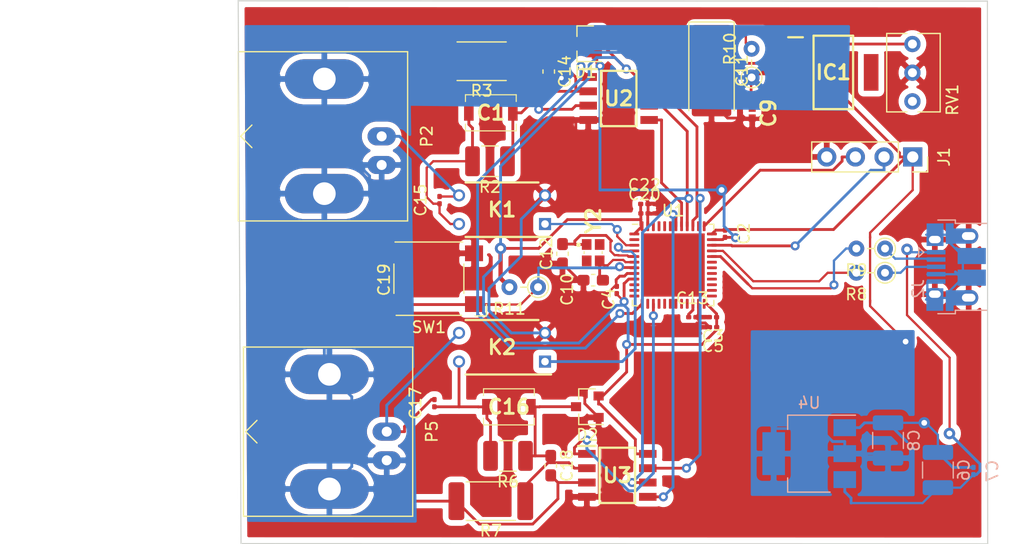
<source format=kicad_pcb>
(kicad_pcb (version 20171130) (host pcbnew "(5.1.9)-1")
  (layers (0 F.Cu signal) (31 B.Cu signal) (34 B.Paste user) (35 F.Paste user) (36 B.SilkS user) (37 F.SilkS user) (38 B.Mask user) (39 F.Mask user) (44 Edge.Cuts user))
  (net 0 "")
  (net 1 "Net-(C1-Pad2)")
  (net 2 "Net-(C1-Pad1)")
  (net 3 VDD)
  (net 4 GND)
  (net 5 +5V)
  (net 6 /PGND)
  (net 7 PH1)
  (net 8 "Net-(C11-Pad1)")
  (net 9 PH0)
  (net 10 VCAP1)
  (net 11 "Net-(C15-Pad2)")
  (net 12 "Net-(C16-Pad1)")
  (net 13 "Net-(C16-Pad2)")
  (net 14 "Net-(C17-Pad2)")
  (net 15 NRST)
  (net 16 "Net-(IC1-Pad4)")
  (net 17 /SWDIO)
  (net 18 /SWCLK)
  (net 19 /USB_FS_DM)
  (net 20 /USB_FS_DP)
  (net 21 C14)
  (net 22 C15)
  (net 23 PA12)
  (net 24 PA11)
  (net 25 "Net-(RV1-Pad3)")
  (net 26 "Net-(U1-Pad2)")
  (net 27 "Net-(U1-Pad10)")
  (net 28 "Net-(U1-Pad11)")
  (net 29 "Net-(U1-Pad12)")
  (net 30 /Analog_CH-1)
  (net 31 "Net-(U1-Pad14)")
  (net 32 /Analog_CH-2)
  (net 33 "Net-(U1-Pad16)")
  (net 34 "Net-(U1-Pad17)")
  (net 35 "Net-(U1-Pad18)")
  (net 36 "Net-(U1-Pad19)")
  (net 37 "Net-(U1-Pad20)")
  (net 38 "Net-(U1-Pad21)")
  (net 39 "Net-(U1-Pad25)")
  (net 40 "Net-(U1-Pad26)")
  (net 41 "Net-(U1-Pad27)")
  (net 42 "Net-(U1-Pad28)")
  (net 43 "Net-(U1-Pad29)")
  (net 44 "Net-(U1-Pad30)")
  (net 45 "Net-(U1-Pad31)")
  (net 46 "Net-(U1-Pad38)")
  (net 47 "Net-(U1-Pad39)")
  (net 48 "Net-(U1-Pad40)")
  (net 49 "Net-(U1-Pad41)")
  (net 50 "Net-(U1-Pad42)")
  (net 51 "Net-(U1-Pad43)")
  (net 52 "Net-(U1-Pad44)")
  (net 53 "Net-(U1-Pad45)")
  (net 54 "Net-(U1-Pad46)")
  (net 55 "Net-(Y2-Pad4)")
  (net 56 "Net-(Y2-Pad2)")
  (module Capacitor_SMD:C_0201_0603Metric (layer F.Cu) (at 153.075 91.25 90)
    (fp_text reference C4 (at -0.8 -0.725 90) (layer F.SilkS))
    (fp_text value 100n)
    (pad 2 smd roundrect (at 0.32 0 90) (size 0.46 0.4) (layers F.Cu F.Mask) (net 4 GND))
    (pad 1 smd roundrect (at -0.32 0 90) (size 0.46 0.4) (layers F.Cu F.Mask) (net 3 VDD))
  )
  (module Connector_Coaxial:BNC_Amphenol_B6252HB-NPP3G-50_Horizontal (layer F.Cu) (at 132.6876 103.807 90)
    (fp_text reference P5 (at 0 4 90) (layer F.SilkS))
    (fp_text value CH_2)
    (pad 2 thru_hole oval (at -2.54 0 90) (size 1.6 2.5) (drill 0.89) (layers *.Cu *.Mask) (net 6 /PGND))
    (pad 1 thru_hole oval (at 0 0 90) (size 1.6 2.5) (drill 0.89) (layers *.Cu *.Mask) (net 14 "Net-(C17-Pad2)"))
    (pad 2 thru_hole oval (at 5.08 -5.08 90) (size 3.5 7) (drill 2.01) (layers *.Cu *.Mask) (net 6 /PGND))
    (pad 2 thru_hole oval (at -5.08 -5.08 90) (size 3.5 7) (drill 2.01) (layers *.Cu *.Mask) (net 6 /PGND))
  )
  (module Connector_Coaxial:BNC_Amphenol_B6252HB-NPP3G-50_Horizontal (layer F.Cu) (at 132.2382 77.632 90)
    (fp_text reference P2 (at 0 4 90) (layer F.SilkS))
    (fp_text value CH_1)
    (pad 2 thru_hole oval (at -2.54 0 90) (size 1.6 2.5) (drill 0.89) (layers *.Cu *.Mask) (net 6 /PGND))
    (pad 1 thru_hole oval (at 0 0 90) (size 1.6 2.5) (drill 0.89) (layers *.Cu *.Mask) (net 11 "Net-(C15-Pad2)"))
    (pad 2 thru_hole oval (at 5.08 -5.08 90) (size 3.5 7) (drill 2.01) (layers *.Cu *.Mask) (net 6 /PGND))
    (pad 2 thru_hole oval (at -5.08 -5.08 90) (size 3.5 7) (drill 2.01) (layers *.Cu *.Mask) (net 6 /PGND))
  )
  (module Connector_USB:USB_Micro-B_Amphenol_10103594-0001LF_Horizontal (layer B.Cu) (at 183.15 89.225 270)
    (fp_text reference J2 (at 1.925 3.365 90) (layer B.SilkS) (effects (justify mirror)))
    (fp_text value USB_B_Micro)
    (pad 6 smd rect (at 2.725 -0.185 270) (size 1.35 2) (layers B.Cu B.Paste B.Mask) (net 4 GND))
    (pad 6 smd rect (at -2.755 -0.185 270) (size 1.35 2) (layers B.Cu B.Paste B.Mask) (net 4 GND))
    (pad 6 smd rect (at -2.975 0.565 270) (size 1.825 0.7) (layers B.Cu B.Paste B.Mask) (net 4 GND))
    (pad 6 smd rect (at 2.975 0.565 270) (size 1.825 0.7) (layers B.Cu B.Paste B.Mask) (net 4 GND))
    (pad 6 smd rect (at -2.875 1.865 270) (size 2 1.5) (layers B.Cu B.Paste B.Mask) (net 4 GND))
    (pad 6 smd rect (at 2.875 1.885 270) (size 2 1.5) (layers B.Cu B.Paste B.Mask) (net 4 GND))
    (pad 1 smd rect (at -1.325 1.765 180) (size 1.65 0.4) (layers B.Cu B.Paste B.Mask) (net 5 +5V))
    (pad 2 smd rect (at -0.675 1.765 180) (size 1.65 0.4) (layers B.Cu B.Paste B.Mask) (net 19 /USB_FS_DM))
    (pad 3 smd rect (at -0.025 1.765 180) (size 1.65 0.4) (layers B.Cu B.Paste B.Mask) (net 20 /USB_FS_DP))
    (pad 4 smd rect (at 0.625 1.765 180) (size 1.65 0.4) (layers B.Cu B.Paste B.Mask) (net 4 GND))
    (pad 5 smd rect (at 1.275 1.765 180) (size 1.65 0.4) (layers B.Cu B.Paste B.Mask) (net 4 GND))
    (pad 6 thru_hole oval (at -2.445 1.885 180) (size 1.5 1.1) (drill oval 1.05 0.65) (layers *.Cu *.Mask) (net 4 GND))
    (pad 6 thru_hole oval (at 2.395 1.885 180) (size 1.5 1.1) (drill oval 1.05 0.65) (layers *.Cu *.Mask) (net 4 GND))
    (pad 6 thru_hole oval (at -2.755 -1.115 180) (size 1.7 1.35) (drill oval 1.2 0.7) (layers *.Cu *.Mask) (net 4 GND))
    (pad 6 thru_hole oval (at 2.705 -1.115 180) (size 1.7 1.35) (drill oval 1.2 0.7) (layers *.Cu *.Mask) (net 4 GND))
    (pad 6 smd rect (at -0.985 -1.385 180) (size 2.5 1.43) (layers B.Cu B.Paste B.Mask) (net 4 GND))
    (pad 6 smd rect (at 0.935 -1.385 180) (size 2.5 1.43) (layers B.Cu B.Paste B.Mask) (net 4 GND))
  )
  (module Resistor_THT:R_Axial_DIN0204_L3.6mm_D1.6mm_P2.54mm_Vertical (layer F.Cu) (at 176.85 89.725 180)
    (fp_text reference R8 (at 2.54 -1.92) (layer F.SilkS))
    (fp_text value 10)
    (pad 2 thru_hole oval (at 2.54 0 180) (size 1.4 1.4) (drill 0.7) (layers *.Cu *.Mask) (net 23 PA12))
    (pad 1 thru_hole circle (at 0 0 180) (size 1.4 1.4) (drill 0.7) (layers *.Cu *.Mask) (net 20 /USB_FS_DP))
  )
  (module Resistor_THT:R_Axial_DIN0204_L3.6mm_D1.6mm_P2.54mm_Vertical (layer F.Cu) (at 176.85 87.575 180)
    (fp_text reference R9 (at 2.54 -1.92) (layer F.SilkS))
    (fp_text value 10)
    (pad 2 thru_hole oval (at 2.54 0 180) (size 1.4 1.4) (drill 0.7) (layers *.Cu *.Mask) (net 24 PA11))
    (pad 1 thru_hole circle (at 0 0 180) (size 1.4 1.4) (drill 0.7) (layers *.Cu *.Mask) (net 19 /USB_FS_DM))
  )
  (module Resistor_THT:R_Axial_DIN0204_L3.6mm_D1.6mm_P2.54mm_Vertical (layer F.Cu) (at 165.025 72.415 90)
    (fp_text reference R10 (at 2.54 -1.92 90) (layer F.SilkS))
    (fp_text value 1K)
    (pad 2 thru_hole oval (at 2.54 0 90) (size 1.4 1.4) (drill 0.7) (layers *.Cu *.Mask) (net 8 "Net-(C11-Pad1)"))
    (pad 1 thru_hole circle (at 0 0 90) (size 1.4 1.4) (drill 0.7) (layers *.Cu *.Mask) (net 6 /PGND))
  )
  (module Resistor_THT:R_Axial_DIN0204_L3.6mm_D1.6mm_P2.54mm_Vertical (layer F.Cu) (at 146.1 91 180)
    (fp_text reference R11 (at 2.54 -1.92) (layer F.SilkS))
    (fp_text value 10k)
    (pad 2 thru_hole oval (at 2.54 0 180) (size 1.4 1.4) (drill 0.7) (layers *.Cu *.Mask) (net 3 VDD))
    (pad 1 thru_hole circle (at 0 0 180) (size 1.4 1.4) (drill 0.7) (layers *.Cu *.Mask) (net 15 NRST))
  )
  (module Capacitor_SMD:C_1210_3225Metric_Pad1.33x2.70mm_HandSolder (layer B.Cu) (at 177.116 104.587 90)
    (fp_text reference C8 (at 0 2.3 270) (layer B.SilkS) (effects (justify mirror)))
    (fp_text value 10u)
    (pad 2 smd roundrect (at 1.5625 0 90) (size 1.325 2.7) (layers B.Cu B.Paste B.Mask) (roundrect_rratio 0.1886777358490566) (net 4 GND))
    (pad 1 smd roundrect (at -1.5625 0 90) (size 1.325 2.7) (layers B.Cu B.Paste B.Mask) (roundrect_rratio 0.1886777358490566) (net 3 VDD))
  )
  (module Package_TO_SOT_SMD:SOT-223-3_TabPin2 (layer B.Cu) (at 170.131 105.755 180)
    (fp_text reference U4 (at 0 4.5) (layer B.SilkS) (effects (justify mirror)))
    (fp_text value LM1117-3.3)
    (pad 2 smd rect (at 3.15 0 180) (size 2 3.8) (layers B.Cu B.Paste B.Mask) (net 3 VDD))
    (pad 2 smd rect (at -3.15 0 180) (size 2 1.5) (layers B.Cu B.Paste B.Mask) (net 3 VDD))
    (pad 3 smd rect (at -3.15 -2.3 180) (size 2 1.5) (layers B.Cu B.Paste B.Mask) (net 5 +5V))
    (pad 1 smd rect (at -3.15 2.3 180) (size 2 1.5) (layers B.Cu B.Paste B.Mask) (net 4 GND))
  )
  (module footprints:SOT229P700X180-4N (layer F.Cu) (at 172.2686 71.967)
    (fp_text reference IC1 (at 0 0) (layer F.SilkS) (effects (font (size 1.27 1.27) (thickness 0.254))))
    (fp_text value AMS1117-1.2 hide)
    (pad 1 smd rect (at -3.35 -2.29 90) (size 0.95 1.3) (layers F.Cu F.Paste F.Mask) (net 8 "Net-(C11-Pad1)"))
    (pad 2 smd rect (at -3.35 0 90) (size 0.95 1.3) (layers F.Cu F.Paste F.Mask) (net 6 /PGND))
    (pad 3 smd rect (at -3.35 2.29 90) (size 0.95 1.3) (layers F.Cu F.Paste F.Mask) (net 3 VDD))
    (pad 4 smd rect (at 3.35 0) (size 1.3 3.25) (layers F.Cu F.Paste F.Mask) (net 16 "Net-(IC1-Pad4)"))
  )
  (module Capacitor_SMD:C_0201_0603Metric (layer F.Cu) (at 159.7707 93.659)
    (fp_text reference C13 (at 0 -1.68) (layer F.SilkS))
    (fp_text value 4.7uF)
    (pad 2 smd roundrect (at 0.32 0) (size 0.46 0.4) (layers F.Cu F.Mask) (net 4 GND))
    (pad 1 smd roundrect (at -0.32 0) (size 0.46 0.4) (layers F.Cu F.Mask) (net 10 VCAP1))
  )
  (module Capacitor_SMD:C_0201_0603Metric (layer F.Cu) (at 162.6674 86.267 270)
    (fp_text reference C2 (at 0 -1.68 90) (layer F.SilkS))
    (fp_text value 100n)
    (pad 2 smd roundrect (at 0.32 0 270) (size 0.46 0.4) (layers F.Cu F.Mask) (net 4 GND))
    (pad 1 smd roundrect (at -0.32 0 270) (size 0.46 0.4) (layers F.Cu F.Mask) (net 3 VDD))
  )
  (module Capacitor_SMD:C_0201_0603Metric (layer F.Cu) (at 161.6006 93.659 180)
    (fp_text reference C3 (at 0 -1.68) (layer F.SilkS))
    (fp_text value 100n)
    (pad 2 smd roundrect (at 0.32 0 180) (size 0.46 0.4) (layers F.Cu F.Mask) (net 4 GND))
    (pad 1 smd roundrect (at -0.32 0 180) (size 0.46 0.4) (layers F.Cu F.Mask) (net 3 VDD))
  )
  (module Capacitor_SMD:C_0201_0603Metric (layer F.Cu) (at 161.6108 94.548 180)
    (fp_text reference C5 (at 0 -1.68) (layer F.SilkS))
    (fp_text value 4.7uF)
    (pad 2 smd roundrect (at 0.32 0 180) (size 0.46 0.4) (layers F.Cu F.Mask) (net 4 GND))
    (pad 1 smd roundrect (at -0.32 0 180) (size 0.46 0.4) (layers F.Cu F.Mask) (net 3 VDD))
  )
  (module Capacitor_SMD:C_0201_0603Metric (layer B.Cu) (at 184.685 107.295 90)
    (fp_text reference C7 (at 0 1.68 270) (layer B.SilkS) (effects (justify mirror)))
    (fp_text value 100n)
    (pad 2 smd roundrect (at 0.32 0 90) (size 0.46 0.4) (layers B.Cu B.Mask) (net 4 GND))
    (pad 1 smd roundrect (at -0.32 0 90) (size 0.46 0.4) (layers B.Cu B.Mask) (net 5 +5V))
  )
  (module Capacitor_SMD:C_0201_0603Metric (layer F.Cu) (at 137.369 83.2856 90)
    (fp_text reference C15 (at 0 -1.68 90) (layer F.SilkS))
    (fp_text value 100nF)
    (pad 2 smd roundrect (at 0.32 0 90) (size 0.46 0.4) (layers F.Cu F.Mask) (net 11 "Net-(C15-Pad2)"))
    (pad 1 smd roundrect (at -0.32 0 90) (size 0.46 0.4) (layers F.Cu F.Mask) (net 1 "Net-(C1-Pad2)"))
  )
  (module Capacitor_SMD:C_0201_0603Metric (layer F.Cu) (at 136.9118 101.283 90)
    (fp_text reference C17 (at 0 -1.68 90) (layer F.SilkS))
    (fp_text value 100nF)
    (pad 2 smd roundrect (at 0.32 0 90) (size 0.46 0.4) (layers F.Cu F.Mask) (net 14 "Net-(C17-Pad2)"))
    (pad 1 smd roundrect (at -0.32 0 90) (size 0.46 0.4) (layers F.Cu F.Mask) (net 13 "Net-(C16-Pad2)"))
  )
  (module Capacitor_SMD:C_0201_0603Metric (layer F.Cu) (at 130.765 90.3468 270)
    (fp_text reference C19 (at 0 -1.68 90) (layer F.SilkS))
    (fp_text value 0.1uF)
    (pad 2 smd roundrect (at 0.32 0 270) (size 0.46 0.4) (layers F.Cu F.Mask) (net 15 NRST))
    (pad 1 smd roundrect (at -0.32 0 270) (size 0.46 0.4) (layers F.Cu F.Mask) (net 4 GND))
  )
  (module Capacitor_SMD:C_0201_0603Metric (layer F.Cu) (at 155.53 84.464)
    (fp_text reference C20 (at 0 -1.68) (layer F.SilkS))
    (fp_text value 100n)
    (pad 2 smd roundrect (at 0.32 0) (size 0.46 0.4) (layers F.Cu F.Mask) (net 4 GND))
    (pad 1 smd roundrect (at -0.32 0) (size 0.46 0.4) (layers F.Cu F.Mask) (net 3 VDD))
  )
  (module Capacitor_SMD:C_0201_0603Metric (layer F.Cu) (at 155.5148 83.626)
    (fp_text reference C22 (at 0 -1.68) (layer F.SilkS))
    (fp_text value 1uF)
    (pad 2 smd roundrect (at 0.32 0) (size 0.46 0.4) (layers F.Cu F.Mask) (net 4 GND))
    (pad 1 smd roundrect (at -0.32 0) (size 0.46 0.4) (layers F.Cu F.Mask) (net 3 VDD))
  )
  (module footprints:JZ300 (layer F.Cu) (at 141.9156 75.549 180)
    (fp_text reference C1 (at 0 0) (layer F.SilkS) (effects (font (size 1.27 1.27) (thickness 0.254))))
    (fp_text value "30pF var" hide)
    (pad 2 smd rect (at 1.95 0 180) (size 0.85 1.4) (layers F.Cu F.Paste F.Mask) (net 1 "Net-(C1-Pad2)"))
    (pad 1 smd rect (at -1.95 0 180) (size 0.85 1.4) (layers F.Cu F.Paste F.Mask) (net 2 "Net-(C1-Pad1)"))
  )
  (module Capacitor_SMD:C_1210_3225Metric_Pad1.33x2.70mm_HandSolder (layer B.Cu) (at 181.536 107.21 90)
    (fp_text reference C6 (at 0 2.3 270) (layer B.SilkS) (effects (justify mirror)))
    (fp_text value 10u)
    (pad 1 smd roundrect (at -1.5625 0 90) (size 1.325 2.7) (layers B.Cu B.Paste B.Mask) (roundrect_rratio 0.1886777358490566) (net 5 +5V))
    (pad 2 smd roundrect (at 1.5625 0 90) (size 1.325 2.7) (layers B.Cu B.Paste B.Mask) (roundrect_rratio 0.1886777358490566) (net 4 GND))
  )
  (module footprints:CAPC1005X55N (layer F.Cu) (at 165.0804 75.574 270)
    (fp_text reference C9 (at 0 -1.45 90) (layer F.SilkS) (effects (font (size 1.27 1.27) (thickness 0.254))))
    (fp_text value 470nF hide)
    (pad 2 smd rect (at 0.44 0) (size 0.62 0.65) (layers F.Cu F.Paste F.Mask) (net 4 GND))
    (pad 1 smd rect (at -0.44 0) (size 0.62 0.65) (layers F.Cu F.Paste F.Mask) (net 6 /PGND))
  )
  (module Capacitor_SMD:C_0603_1608Metric_Pad1.08x0.95mm_HandSolder (layer F.Cu) (at 150.9845 90.382)
    (fp_text reference C10 (at -2.3095 0.818 90) (layer F.SilkS))
    (fp_text value 12pF)
    (pad 2 smd roundrect (at 0.8625 0) (size 1.075 0.95) (layers F.Cu F.Paste F.Mask) (net 7 PH1))
    (pad 1 smd roundrect (at -0.8625 0) (size 1.075 0.95) (layers F.Cu F.Paste F.Mask) (net 4 GND))
  )
  (module Capacitor_Tantalum_SMD:CP_EIA-7132-20_AVX-U (layer F.Cu) (at 161.4736 71.809 270)
    (fp_text reference C11 (at 0 -2.7 90) (layer F.SilkS))
    (fp_text value 47uF)
    (pad 1 smd roundrect (at -2.775 0 270) (size 2.55 3.5) (layers F.Cu F.Paste F.Mask) (roundrect_rratio 0.09803882352941176) (net 8 "Net-(C11-Pad1)"))
    (pad 2 smd roundrect (at 2.775 0 270) (size 2.55 3.5) (layers F.Cu F.Paste F.Mask) (roundrect_rratio 0.09803882352941176) (net 4 GND))
  )
  (module Capacitor_SMD:C_0603_1608Metric_Pad1.08x0.95mm_HandSolder (layer F.Cu) (at 148.2656 88.045 90)
    (fp_text reference C12 (at 0 -1.43 90) (layer F.SilkS))
    (fp_text value 12pF)
    (pad 1 smd roundrect (at -0.8625 0 90) (size 1.075 0.95) (layers F.Cu F.Paste F.Mask) (net 4 GND))
    (pad 2 smd roundrect (at 0.8625 0 90) (size 1.075 0.95) (layers F.Cu F.Paste F.Mask) (net 9 PH0))
  )
  (module Capacitor_SMD:C_0603_1608Metric_Pad1.08x0.95mm_HandSolder (layer F.Cu) (at 147.0464 71.891 270)
    (fp_text reference C14 (at 0 -1.43 90) (layer F.SilkS))
    (fp_text value 47pF)
    (pad 2 smd roundrect (at 0.8625 0 270) (size 1.075 0.95) (layers F.Cu F.Paste F.Mask) (net 6 /PGND))
    (pad 1 smd roundrect (at -0.8625 0 270) (size 1.075 0.95) (layers F.Cu F.Paste F.Mask) (net 2 "Net-(C1-Pad1)"))
  )
  (module footprints:JZ300 (layer F.Cu) (at 143.5158 101.609 180)
    (fp_text reference C16 (at 0 0) (layer F.SilkS) (effects (font (size 1.27 1.27) (thickness 0.254))))
    (fp_text value "30pF var" hide)
    (pad 1 smd rect (at -1.95 0 180) (size 0.85 1.4) (layers F.Cu F.Paste F.Mask) (net 12 "Net-(C16-Pad1)"))
    (pad 2 smd rect (at 1.95 0 180) (size 0.85 1.4) (layers F.Cu F.Paste F.Mask) (net 13 "Net-(C16-Pad2)"))
  )
  (module Capacitor_SMD:C_0603_1608Metric_Pad1.08x0.95mm_HandSolder (layer F.Cu) (at 147.2242 106.817 270)
    (fp_text reference C18 (at 0 -1.43 90) (layer F.SilkS))
    (fp_text value 47pF)
    (pad 1 smd roundrect (at -0.8625 0 270) (size 1.075 0.95) (layers F.Cu F.Paste F.Mask) (net 12 "Net-(C16-Pad1)"))
    (pad 2 smd roundrect (at 0.8625 0 270) (size 1.075 0.95) (layers F.Cu F.Paste F.Mask) (net 6 /PGND))
  )
  (module Package_TO_SOT_SMD:SOT-23 (layer F.Cu) (at 150.307 69.427 180)
    (fp_text reference D1 (at 0 -2.5) (layer F.SilkS))
    (fp_text value BAV99)
    (pad 1 smd rect (at -1 -0.95 180) (size 0.9 0.8) (layers F.Cu F.Paste F.Mask) (net 4 GND))
    (pad 2 smd rect (at -1 0.95 180) (size 0.9 0.8) (layers F.Cu F.Paste F.Mask) (net 3 VDD))
    (pad 3 smd rect (at 1 0 180) (size 0.9 0.8) (layers F.Cu F.Paste F.Mask) (net 2 "Net-(C1-Pad1)"))
  )
  (module Package_TO_SOT_SMD:SOT-23 (layer F.Cu) (at 150.466 101.594 180)
    (fp_text reference D2 (at 0 -2.5) (layer F.SilkS))
    (fp_text value BAV99)
    (pad 3 smd rect (at 1 0 180) (size 0.9 0.8) (layers F.Cu F.Paste F.Mask) (net 12 "Net-(C16-Pad1)"))
    (pad 2 smd rect (at -1 0.95 180) (size 0.9 0.8) (layers F.Cu F.Paste F.Mask) (net 3 VDD))
    (pad 1 smd rect (at -1 -0.95 180) (size 0.9 0.8) (layers F.Cu F.Paste F.Mask) (net 4 GND))
  )
  (module Connector_PinSocket_2.54mm:PinSocket_1x04_P2.54mm_Vertical (layer F.Cu) (at 179.304 79.46 270)
    (fp_text reference J1 (at 0 -2.77 90) (layer F.SilkS))
    (fp_text value SW)
    (pad 1 thru_hole rect (at 0 0 270) (size 1.7 1.7) (drill 1) (layers *.Cu *.Mask) (net 3 VDD))
    (pad 2 thru_hole oval (at 0 2.54 270) (size 1.7 1.7) (drill 1) (layers *.Cu *.Mask) (net 17 /SWDIO))
    (pad 3 thru_hole oval (at 0 5.08 270) (size 1.7 1.7) (drill 1) (layers *.Cu *.Mask) (net 18 /SWCLK))
    (pad 4 thru_hole oval (at 0 7.62 270) (size 1.7 1.7) (drill 1) (layers *.Cu *.Mask) (net 4 GND))
  )
  (module footprints:DIP762W47P254L478H340Q4N (layer F.Cu) (at 142.9062 84.134 180)
    (fp_text reference K1 (at 0 0) (layer F.SilkS) (effects (font (size 1.27 1.27) (thickness 0.254))))
    (fp_text value AQY210EH hide)
    (pad 4 thru_hole circle (at 3.81 -1.27 180) (size 1.07 1.07) (drill 0.67) (layers *.Cu *.Mask) (net 1 "Net-(C1-Pad2)"))
    (pad 3 thru_hole circle (at 3.81 1.27 180) (size 1.07 1.07) (drill 0.67) (layers *.Cu *.Mask) (net 11 "Net-(C15-Pad2)"))
    (pad 2 thru_hole circle (at -3.81 1.27 180) (size 1.07 1.07) (drill 0.67) (layers *.Cu *.Mask) (net 4 GND))
    (pad 1 thru_hole rect (at -3.81 -1.27 180) (size 1.07 1.07) (drill 0.67) (layers *.Cu *.Mask) (net 21 C14))
  )
  (module footprints:DIP762W47P254L478H340Q4N (layer F.Cu) (at 142.9062 96.326 180)
    (fp_text reference K2 (at 0 0) (layer F.SilkS) (effects (font (size 1.27 1.27) (thickness 0.254))))
    (fp_text value AQY210EH hide)
    (pad 1 thru_hole rect (at -3.81 -1.27 180) (size 1.07 1.07) (drill 0.67) (layers *.Cu *.Mask) (net 22 C15))
    (pad 2 thru_hole circle (at -3.81 1.27 180) (size 1.07 1.07) (drill 0.67) (layers *.Cu *.Mask) (net 4 GND))
    (pad 3 thru_hole circle (at 3.81 1.27 180) (size 1.07 1.07) (drill 0.67) (layers *.Cu *.Mask) (net 14 "Net-(C17-Pad2)"))
    (pad 4 thru_hole circle (at 3.81 -1.27 180) (size 1.07 1.07) (drill 0.67) (layers *.Cu *.Mask) (net 13 "Net-(C16-Pad2)"))
  )
  (module Resistor_SMD:R_1210_3225Metric_Pad1.30x2.65mm_HandSolder (layer F.Cu) (at 141.8388 79.841 180)
    (fp_text reference R2 (at 0 -2.28) (layer F.SilkS))
    (fp_text value 910K)
    (pad 2 smd roundrect (at 1.55 0 180) (size 1.3 2.65) (layers F.Cu F.Paste F.Mask) (roundrect_rratio 0.1923069230769231) (net 1 "Net-(C1-Pad2)"))
    (pad 1 smd roundrect (at -1.55 0 180) (size 1.3 2.65) (layers F.Cu F.Paste F.Mask) (roundrect_rratio 0.1923069230769231) (net 2 "Net-(C1-Pad1)"))
  )
  (module Resistor_SMD:R_2512_6332Metric_Pad1.40x3.35mm_HandSolder (layer F.Cu) (at 141.1008 70.977 180)
    (fp_text reference R3 (at 0 -2.62) (layer F.SilkS))
    (fp_text value 100K)
    (pad 2 smd roundrect (at 3.05 0 180) (size 1.4 3.35) (layers F.Cu F.Paste F.Mask) (roundrect_rratio 0.1785707142857143) (net 6 /PGND))
    (pad 1 smd roundrect (at -3.05 0 180) (size 1.4 3.35) (layers F.Cu F.Paste F.Mask) (roundrect_rratio 0.1785707142857143) (net 2 "Net-(C1-Pad1)"))
  )
  (module Resistor_SMD:R_1210_3225Metric_Pad1.30x2.65mm_HandSolder (layer F.Cu) (at 143.439 105.953 180)
    (fp_text reference R6 (at 0 -2.28) (layer F.SilkS))
    (fp_text value 910K)
    (pad 1 smd roundrect (at -1.55 0 180) (size 1.3 2.65) (layers F.Cu F.Paste F.Mask) (roundrect_rratio 0.1923069230769231) (net 12 "Net-(C16-Pad1)"))
    (pad 2 smd roundrect (at 1.55 0 180) (size 1.3 2.65) (layers F.Cu F.Paste F.Mask) (roundrect_rratio 0.1923069230769231) (net 13 "Net-(C16-Pad2)"))
  )
  (module Resistor_SMD:R_2512_6332Metric_Pad1.40x3.35mm_HandSolder (layer F.Cu) (at 141.9136 109.966 180)
    (fp_text reference R7 (at 0 -2.62) (layer F.SilkS))
    (fp_text value 100K)
    (pad 1 smd roundrect (at -3.05 0 180) (size 1.4 3.35) (layers F.Cu F.Paste F.Mask) (roundrect_rratio 0.1785707142857143) (net 12 "Net-(C16-Pad1)"))
    (pad 2 smd roundrect (at 3.05 0 180) (size 1.4 3.35) (layers F.Cu F.Paste F.Mask) (roundrect_rratio 0.1785707142857143) (net 6 /PGND))
  )
  (module Potentiometer_THT:Potentiometer_Bourns_3266Y_Vertical (layer F.Cu) (at 179.279 69.453 90)
    (fp_text reference RV1 (at -4.947 3.546 90) (layer F.SilkS))
    (fp_text value 1K)
    (pad 1 thru_hole circle (at 0 0 90) (size 1.44 1.44) (drill 0.8) (layers *.Cu *.Mask) (net 8 "Net-(C11-Pad1)"))
    (pad 2 thru_hole circle (at -2.54 0 90) (size 1.44 1.44) (drill 0.8) (layers *.Cu *.Mask) (net 4 GND))
    (pad 3 thru_hole circle (at -5.08 0 90) (size 1.44 1.44) (drill 0.8) (layers *.Cu *.Mask) (net 25 "Net-(RV1-Pad3)"))
  )
  (module Button_Switch_SMD:SW_SPST_Omron_B3FS-100xP (layer F.Cu) (at 136.425 90.25 180)
    (fp_text reference SW1 (at 0 -4.3) (layer F.SilkS))
    (fp_text value SW_MEC_5E)
    (pad 2 smd rect (at 4 -2.25) (size 1.6 1.4) (layers F.Cu F.Paste F.Mask) (net 15 NRST))
    (pad 1 smd rect (at -4 -2.25) (size 1.6 1.4) (layers F.Cu F.Paste F.Mask) (net 15 NRST))
    (pad 4 smd rect (at 4 2.25) (size 1.6 1.4) (layers F.Cu F.Paste F.Mask) (net 4 GND))
    (pad 3 smd rect (at -4 2.25) (size 1.6 1.4) (layers F.Cu F.Paste F.Mask) (net 4 GND))
  )
  (module Package_DFN_QFN:QFN-48-1EP_7x7mm_P0.5mm_EP5.6x5.6mm (layer F.Cu) (at 158.07 89.036)
    (fp_text reference U1 (at 0 -4.82) (layer F.SilkS))
    (fp_text value STM32F411CEU6_-_UFQFPN48)
    (pad 1 smd roundrect (at -3.4375 -2.75) (size 0.875 0.25) (layers F.Cu F.Paste F.Mask) (net 3 VDD))
    (pad 2 smd roundrect (at -3.4375 -2.25) (size 0.875 0.25) (layers F.Cu F.Paste F.Mask) (net 26 "Net-(U1-Pad2)"))
    (pad 3 smd roundrect (at -3.4375 -1.75) (size 0.875 0.25) (layers F.Cu F.Paste F.Mask) (net 21 C14))
    (pad 4 smd roundrect (at -3.4375 -1.25) (size 0.875 0.25) (layers F.Cu F.Paste F.Mask) (net 22 C15))
    (pad 5 smd roundrect (at -3.4375 -0.75) (size 0.875 0.25) (layers F.Cu F.Paste F.Mask) (net 9 PH0))
    (pad 6 smd roundrect (at -3.4375 -0.25) (size 0.875 0.25) (layers F.Cu F.Paste F.Mask) (net 7 PH1))
    (pad 7 smd roundrect (at -3.4375 0.25) (size 0.875 0.25) (layers F.Cu F.Paste F.Mask) (net 15 NRST))
    (pad 8 smd roundrect (at -3.4375 0.75) (size 0.875 0.25) (layers F.Cu F.Paste F.Mask) (net 4 GND))
    (pad 9 smd roundrect (at -3.4375 1.25) (size 0.875 0.25) (layers F.Cu F.Paste F.Mask) (net 3 VDD))
    (pad 10 smd roundrect (at -3.4375 1.75) (size 0.875 0.25) (layers F.Cu F.Paste F.Mask) (net 27 "Net-(U1-Pad10)"))
    (pad 11 smd roundrect (at -3.4375 2.25) (size 0.875 0.25) (layers F.Cu F.Paste F.Mask) (net 28 "Net-(U1-Pad11)"))
    (pad 12 smd roundrect (at -3.4375 2.75) (size 0.875 0.25) (layers F.Cu F.Paste F.Mask) (net 29 "Net-(U1-Pad12)"))
    (pad 13 smd roundrect (at -2.75 3.4375) (size 0.25 0.875) (layers F.Cu F.Paste F.Mask) (net 30 /Analog_CH-1))
    (pad 14 smd roundrect (at -2.25 3.4375) (size 0.25 0.875) (layers F.Cu F.Paste F.Mask) (net 31 "Net-(U1-Pad14)"))
    (pad 15 smd roundrect (at -1.75 3.4375) (size 0.25 0.875) (layers F.Cu F.Paste F.Mask) (net 32 /Analog_CH-2))
    (pad 16 smd roundrect (at -1.25 3.4375) (size 0.25 0.875) (layers F.Cu F.Paste F.Mask) (net 33 "Net-(U1-Pad16)"))
    (pad 17 smd roundrect (at -0.75 3.4375) (size 0.25 0.875) (layers F.Cu F.Paste F.Mask) (net 34 "Net-(U1-Pad17)"))
    (pad 18 smd roundrect (at -0.25 3.4375) (size 0.25 0.875) (layers F.Cu F.Paste F.Mask) (net 35 "Net-(U1-Pad18)"))
    (pad 19 smd roundrect (at 0.25 3.4375) (size 0.25 0.875) (layers F.Cu F.Paste F.Mask) (net 36 "Net-(U1-Pad19)"))
    (pad 20 smd roundrect (at 0.75 3.4375) (size 0.25 0.875) (layers F.Cu F.Paste F.Mask) (net 37 "Net-(U1-Pad20)"))
    (pad 21 smd roundrect (at 1.25 3.4375) (size 0.25 0.875) (layers F.Cu F.Paste F.Mask) (net 38 "Net-(U1-Pad21)"))
    (pad 22 smd roundrect (at 1.75 3.4375) (size 0.25 0.875) (layers F.Cu F.Paste F.Mask) (net 10 VCAP1))
    (pad 23 smd roundrect (at 2.25 3.4375) (size 0.25 0.875) (layers F.Cu F.Paste F.Mask) (net 4 GND))
    (pad 24 smd roundrect (at 2.75 3.4375) (size 0.25 0.875) (layers F.Cu F.Paste F.Mask) (net 3 VDD))
    (pad 25 smd roundrect (at 3.4375 2.75) (size 0.875 0.25) (layers F.Cu F.Paste F.Mask) (net 39 "Net-(U1-Pad25)"))
    (pad 26 smd roundrect (at 3.4375 2.25) (size 0.875 0.25) (layers F.Cu F.Paste F.Mask) (net 40 "Net-(U1-Pad26)"))
    (pad 27 smd roundrect (at 3.4375 1.75) (size 0.875 0.25) (layers F.Cu F.Paste F.Mask) (net 41 "Net-(U1-Pad27)"))
    (pad 28 smd roundrect (at 3.4375 1.25) (size 0.875 0.25) (layers F.Cu F.Paste F.Mask) (net 42 "Net-(U1-Pad28)"))
    (pad 29 smd roundrect (at 3.4375 0.75) (size 0.875 0.25) (layers F.Cu F.Paste F.Mask) (net 43 "Net-(U1-Pad29)"))
    (pad 30 smd roundrect (at 3.4375 0.25) (size 0.875 0.25) (layers F.Cu F.Paste F.Mask) (net 44 "Net-(U1-Pad30)"))
    (pad 31 smd roundrect (at 3.4375 -0.25) (size 0.875 0.25) (layers F.Cu F.Paste F.Mask) (net 45 "Net-(U1-Pad31)"))
    (pad 32 smd roundrect (at 3.4375 -0.75) (size 0.875 0.25) (layers F.Cu F.Paste F.Mask) (net 24 PA11))
    (pad 33 smd roundrect (at 3.4375 -1.25) (size 0.875 0.25) (layers F.Cu F.Paste F.Mask) (net 23 PA12))
    (pad 34 smd roundrect (at 3.4375 -1.75) (size 0.875 0.25) (layers F.Cu F.Paste F.Mask) (net 17 /SWDIO))
    (pad 35 smd roundrect (at 3.4375 -2.25) (size 0.875 0.25) (layers F.Cu F.Paste F.Mask) (net 4 GND))
    (pad 36 smd roundrect (at 3.4375 -2.75) (size 0.875 0.25) (layers F.Cu F.Paste F.Mask) (net 3 VDD))
    (pad 37 smd roundrect (at 2.75 -3.4375) (size 0.25 0.875) (layers F.Cu F.Paste F.Mask) (net 18 /SWCLK))
    (pad 38 smd roundrect (at 2.25 -3.4375) (size 0.25 0.875) (layers F.Cu F.Paste F.Mask) (net 46 "Net-(U1-Pad38)"))
    (pad 39 smd roundrect (at 1.75 -3.4375) (size 0.25 0.875) (layers F.Cu F.Paste F.Mask) (net 47 "Net-(U1-Pad39)"))
    (pad 40 smd roundrect (at 1.25 -3.4375) (size 0.25 0.875) (layers F.Cu F.Paste F.Mask) (net 48 "Net-(U1-Pad40)"))
    (pad 41 smd roundrect (at 0.75 -3.4375) (size 0.25 0.875) (layers F.Cu F.Paste F.Mask) (net 49 "Net-(U1-Pad41)"))
    (pad 42 smd roundrect (at 0.25 -3.4375) (size 0.25 0.875) (layers F.Cu F.Paste F.Mask) (net 50 "Net-(U1-Pad42)"))
    (pad 43 smd roundrect (at -0.25 -3.4375) (size 0.25 0.875) (layers F.Cu F.Paste F.Mask) (net 51 "Net-(U1-Pad43)"))
    (pad 44 smd roundrect (at -0.75 -3.4375) (size 0.25 0.875) (layers F.Cu F.Paste F.Mask) (net 52 "Net-(U1-Pad44)"))
    (pad 45 smd roundrect (at -1.25 -3.4375) (size 0.25 0.875) (layers F.Cu F.Paste F.Mask) (net 53 "Net-(U1-Pad45)"))
    (pad 46 smd roundrect (at -1.75 -3.4375) (size 0.25 0.875) (layers F.Cu F.Paste F.Mask) (net 54 "Net-(U1-Pad46)"))
    (pad 47 smd roundrect (at -2.25 -3.4375) (size 0.25 0.875) (layers F.Cu F.Paste F.Mask) (net 4 GND))
    (pad 48 smd roundrect (at -2.75 -3.4375) (size 0.25 0.875) (layers F.Cu F.Paste F.Mask) (net 3 VDD))
    (pad 49 smd rect (at 0 0) (size 5.6 5.6) (layers F.Cu F.Mask))
  )
  (module footprints:SOIC127P600X175-8N (layer F.Cu) (at 153.244 74.279)
    (fp_text reference U2 (at 0 0) (layer F.SilkS) (effects (font (size 1.27 1.27) (thickness 0.254))))
    (fp_text value MCP6S21-I_SN hide)
    (pad 8 smd rect (at 2.7 -1.905 90) (size 0.7 1.55) (layers F.Cu F.Paste F.Mask) (net 3 VDD))
    (pad 7 smd rect (at 2.7 -0.635 90) (size 0.7 1.55) (layers F.Cu F.Paste F.Mask) (net 47 "Net-(U1-Pad39)"))
    (pad 6 smd rect (at 2.7 0.635 90) (size 0.7 1.55) (layers F.Cu F.Paste F.Mask) (net 48 "Net-(U1-Pad40)"))
    (pad 5 smd rect (at 2.7 1.905 90) (size 0.7 1.55) (layers F.Cu F.Paste F.Mask) (net 49 "Net-(U1-Pad41)"))
    (pad 4 smd rect (at -2.7 1.905 90) (size 0.7 1.55) (layers F.Cu F.Paste F.Mask) (net 4 GND))
    (pad 3 smd rect (at -2.7 0.635 90) (size 0.7 1.55) (layers F.Cu F.Paste F.Mask) (net 6 /PGND))
    (pad 2 smd rect (at -2.7 -0.635 90) (size 0.7 1.55) (layers F.Cu F.Paste F.Mask) (net 2 "Net-(C1-Pad1)"))
    (pad 1 smd rect (at -2.7 -1.905 90) (size 0.7 1.55) (layers F.Cu F.Paste F.Mask) (net 30 /Analog_CH-1))
  )
  (module footprints:SOIC127P600X175-8N (layer F.Cu) (at 153.1246 107.68)
    (fp_text reference U3 (at 0 0) (layer F.SilkS) (effects (font (size 1.27 1.27) (thickness 0.254))))
    (fp_text value MCP6S21-I_SN hide)
    (pad 1 smd rect (at -2.7 -1.905 90) (size 0.7 1.55) (layers F.Cu F.Paste F.Mask) (net 32 /Analog_CH-2))
    (pad 2 smd rect (at -2.7 -0.635 90) (size 0.7 1.55) (layers F.Cu F.Paste F.Mask) (net 12 "Net-(C16-Pad1)"))
    (pad 3 smd rect (at -2.7 0.635 90) (size 0.7 1.55) (layers F.Cu F.Paste F.Mask) (net 6 /PGND))
    (pad 4 smd rect (at -2.7 1.905 90) (size 0.7 1.55) (layers F.Cu F.Paste F.Mask) (net 4 GND))
    (pad 5 smd rect (at 2.7 1.905 90) (size 0.7 1.55) (layers F.Cu F.Paste F.Mask) (net 50 "Net-(U1-Pad42)"))
    (pad 6 smd rect (at 2.7 0.635 90) (size 0.7 1.55) (layers F.Cu F.Paste F.Mask) (net 48 "Net-(U1-Pad40)"))
    (pad 7 smd rect (at 2.7 -0.635 90) (size 0.7 1.55) (layers F.Cu F.Paste F.Mask) (net 47 "Net-(U1-Pad39)"))
    (pad 8 smd rect (at 2.7 -1.905 90) (size 0.7 1.55) (layers F.Cu F.Paste F.Mask) (net 3 VDD))
  )
  (module footprints:CrystalSMD (layer F.Cu) (at 150.9834 87.944 270)
    (fp_text reference Y2 (at -2.844 -0.0166 90) (layer F.SilkS) (effects (font (size 1.27 1.27) (thickness 0.254))))
    (fp_text value "25MHz 9PF" hide)
    (pad 4 smd rect (at -0.725 -0.575 270) (size 0.95 0.85) (layers F.Cu F.Paste F.Mask) (net 55 "Net-(Y2-Pad4)"))
    (pad 3 smd rect (at 0.725 -0.575 270) (size 0.95 0.85) (layers F.Cu F.Paste F.Mask) (net 7 PH1))
    (pad 2 smd rect (at 0.725 0.575 270) (size 0.95 0.85) (layers F.Cu F.Paste F.Mask) (net 56 "Net-(Y2-Pad2)"))
    (pad 1 smd rect (at -0.725 0.575 270) (size 0.95 0.85) (layers F.Cu F.Paste F.Mask) (net 9 PH0))
  )
  (gr_line (start 119.525 65.6) (end 119.575 65.625) (layer Edge.Cuts) (width 0.1))
  (gr_line (start 119.775 113.725) (end 119.525 65.6) (layer Edge.Cuts) (width 0.1))
  (gr_line (start 185.95 113.75) (end 119.775 113.725) (layer Edge.Cuts) (width 0.1))
  (gr_line (start 185.925 65.65) (end 185.95 113.75) (layer Edge.Cuts) (width 0.1))
  (gr_line (start 119.575 65.625) (end 185.925 65.65) (layer Edge.Cuts) (width 0.1))
  (segment (start 139.9656 75.549) (end 139.9656 76.5743) (width 0.25) (layer F.Cu) (net 1))
  (segment (start 139.9656 76.5743) (end 140.2888 76.8975) (width 0.25) (layer F.Cu) (net 1))
  (segment (start 140.2888 76.8975) (end 140.2888 79.841) (width 0.25) (layer F.Cu) (net 1))
  (segment (start 139.0962 85.404) (end 138.3342 85.404) (width 0.2032) (layer F.Cu) (net 1))
  (segment (start 137.369 84.4388) (end 137.369 83.6056) (width 0.2032) (layer F.Cu) (net 1))
  (segment (start 138.3342 85.404) (end 137.369 84.4388) (width 0.2032) (layer F.Cu) (net 1))
  (segment (start 137.369 83.6056) (end 136.8152 83.6056) (width 0.2032) (layer F.Cu) (net 1))
  (segment (start 136.23119 83.02159) (end 136.23119 80.42041) (width 0.2032) (layer F.Cu) (net 1))
  (segment (start 136.8152 83.6056) (end 136.23119 83.02159) (width 0.2032) (layer F.Cu) (net 1))
  (segment (start 136.8106 79.841) (end 140.2888 79.841) (width 0.2032) (layer F.Cu) (net 1))
  (segment (start 136.23119 80.42041) (end 136.8106 79.841) (width 0.2032) (layer F.Cu) (net 1))
  (segment (start 143.8656 75.549) (end 144.6159 75.549) (width 0.25) (layer F.Cu) (net 2))
  (segment (start 149.4437 73.644) (end 146.5209 73.644) (width 0.25) (layer F.Cu) (net 2))
  (segment (start 146.5209 73.644) (end 144.6159 75.549) (width 0.25) (layer F.Cu) (net 2))
  (segment (start 149.4437 73.644) (end 149.4437 72.3951) (width 0.25) (layer F.Cu) (net 2))
  (segment (start 149.4437 72.3951) (end 148.0771 71.0285) (width 0.25) (layer F.Cu) (net 2))
  (segment (start 143.3888 79.841) (end 143.8656 79.3642) (width 0.25) (layer F.Cu) (net 2))
  (segment (start 143.8656 79.3642) (end 143.8656 75.549) (width 0.25) (layer F.Cu) (net 2))
  (segment (start 148.5317 69.427) (end 148.5317 70.5739) (width 0.25) (layer F.Cu) (net 2))
  (segment (start 148.5317 70.5739) (end 148.0771 71.0285) (width 0.25) (layer F.Cu) (net 2))
  (segment (start 148.0771 71.0285) (end 147.0464 71.0285) (width 0.25) (layer F.Cu) (net 2))
  (segment (start 150.544 73.644) (end 149.4437 73.644) (width 0.25) (layer F.Cu) (net 2))
  (segment (start 149.307 69.427) (end 148.5317 69.427) (width 0.25) (layer F.Cu) (net 2))
  (segment (start 144.1508 70.977) (end 146.9949 70.977) (width 0.25) (layer F.Cu) (net 2))
  (segment (start 146.9949 70.977) (end 147.0464 71.0285) (width 0.25) (layer F.Cu) (net 2))
  (segment (start 142.7792 88.5883) (end 141.269 90.0985) (width 0.25) (layer B.Cu) (net 3))
  (segment (start 141.269 90.0985) (end 141.269 93.2697) (width 0.25) (layer B.Cu) (net 3))
  (segment (start 141.269 93.2697) (end 143.9504 95.9511) (width 0.25) (layer B.Cu) (net 3))
  (segment (start 143.9504 95.9511) (end 149.7129 95.9511) (width 0.25) (layer B.Cu) (net 3))
  (segment (start 149.7129 95.9511) (end 153.0558 92.6082) (width 0.25) (layer B.Cu) (net 3))
  (segment (start 153.0558 92.6082) (end 153.7268 92.6082) (width 0.25) (layer B.Cu) (net 3))
  (segment (start 155.21 85.0136) (end 155.21 84.464) (width 0.25) (layer F.Cu) (net 3))
  (segment (start 155.32 85.5985) (end 155.21 85.4885) (width 0.25) (layer F.Cu) (net 3))
  (segment (start 155.21 85.4885) (end 155.21 85.0136) (width 0.25) (layer F.Cu) (net 3))
  (segment (start 155.21 85.0136) (end 148.7032 85.0136) (width 0.25) (layer F.Cu) (net 3))
  (segment (start 148.7032 85.0136) (end 146.1538 87.563) (width 0.25) (layer F.Cu) (net 3))
  (segment (start 153.9529 96.0778) (end 154.0815 95.9492) (width 0.25) (layer B.Cu) (net 3))
  (segment (start 154.0815 95.9492) (end 154.0815 92.9629) (width 0.25) (layer B.Cu) (net 3))
  (segment (start 154.0815 92.9629) (end 153.7268 92.6082) (width 0.25) (layer B.Cu) (net 3))
  (segment (start 151.466 101.0066) (end 153.9529 98.5197) (width 0.25) (layer F.Cu) (net 3))
  (segment (start 153.9529 98.5197) (end 153.9529 96.0778) (width 0.25) (layer F.Cu) (net 3))
  (segment (start 151.466 101.0066) (end 151.466 101.3693) (width 0.25) (layer F.Cu) (net 3))
  (segment (start 151.466 100.644) (end 151.466 101.0066) (width 0.25) (layer F.Cu) (net 3))
  (segment (start 153.9529 96.0778) (end 160.6335 96.0778) (width 0.25) (layer F.Cu) (net 3))
  (segment (start 160.6335 96.0778) (end 161.9308 94.7805) (width 0.25) (layer F.Cu) (net 3))
  (segment (start 161.9308 94.7805) (end 161.9308 94.548) (width 0.25) (layer F.Cu) (net 3))
  (segment (start 154.6325 90.286) (end 154.1339 90.286) (width 0.25) (layer F.Cu) (net 3))
  (segment (start 154.1339 90.286) (end 153.7529 90.667) (width 0.25) (layer F.Cu) (net 3))
  (segment (start 153.7529 90.667) (end 153.7268 90.667) (width 0.25) (layer F.Cu) (net 3))
  (segment (start 178.7164 79.46) (end 172.2852 85.8912) (width 0.25) (layer F.Cu) (net 3))
  (segment (start 172.2852 85.8912) (end 162.7232 85.8912) (width 0.25) (layer F.Cu) (net 3))
  (segment (start 162.7232 85.8912) (end 162.6674 85.947) (width 0.25) (layer F.Cu) (net 3))
  (segment (start 153.9235 71.6609) (end 151.4649 69.2023) (width 0.25) (layer F.Cu) (net 3))
  (segment (start 151.4649 69.2023) (end 151.307 69.2023) (width 0.25) (layer F.Cu) (net 3))
  (segment (start 153.9235 71.6609) (end 154.1306 71.6609) (width 0.25) (layer F.Cu) (net 3))
  (segment (start 154.1306 71.6609) (end 154.8437 72.374) (width 0.25) (layer F.Cu) (net 3))
  (segment (start 154.7243 105.775) (end 154.7243 104.4871) (width 0.25) (layer F.Cu) (net 3))
  (segment (start 154.7243 104.4871) (end 151.6065 101.3693) (width 0.25) (layer F.Cu) (net 3))
  (segment (start 151.6065 101.3693) (end 151.466 101.3693) (width 0.25) (layer F.Cu) (net 3))
  (segment (start 160.82 92.4735) (end 161.0325 92.4735) (width 0.25) (layer F.Cu) (net 3))
  (segment (start 161.0325 92.4735) (end 161.9206 93.3616) (width 0.25) (layer F.Cu) (net 3))
  (segment (start 161.9206 93.3616) (end 161.9206 93.659) (width 0.25) (layer F.Cu) (net 3))
  (segment (start 161.9206 93.659) (end 161.9308 93.6692) (width 0.25) (layer F.Cu) (net 3))
  (segment (start 161.9308 93.6692) (end 161.9308 94.548) (width 0.25) (layer F.Cu) (net 3))
  (segment (start 155.1948 83.626) (end 155.1948 84.4488) (width 0.25) (layer F.Cu) (net 3))
  (segment (start 155.1948 84.4488) (end 155.21 84.464) (width 0.25) (layer F.Cu) (net 3))
  (segment (start 178.7164 79.46) (end 178.1287 79.46) (width 0.25) (layer F.Cu) (net 3))
  (segment (start 179.304 79.46) (end 178.7164 79.46) (width 0.25) (layer F.Cu) (net 3))
  (segment (start 168.9186 74.257) (end 168.9186 73.4567) (width 0.25) (layer F.Cu) (net 3))
  (segment (start 155.944 72.374) (end 157.0443 72.374) (width 0.25) (layer F.Cu) (net 3))
  (segment (start 157.0443 72.374) (end 158.2517 71.1666) (width 0.25) (layer F.Cu) (net 3))
  (segment (start 158.2517 71.1666) (end 169.7221 71.1666) (width 0.25) (layer F.Cu) (net 3))
  (segment (start 169.7221 71.1666) (end 169.894 71.3385) (width 0.25) (layer F.Cu) (net 3))
  (segment (start 169.894 71.3385) (end 169.894 72.5813) (width 0.25) (layer F.Cu) (net 3))
  (segment (start 169.894 72.5813) (end 169.0186 73.4567) (width 0.25) (layer F.Cu) (net 3))
  (segment (start 169.0186 73.4567) (end 168.9186 73.4567) (width 0.25) (layer F.Cu) (net 3))
  (segment (start 155.3939 72.374) (end 155.944 72.374) (width 0.25) (layer F.Cu) (net 3))
  (segment (start 155.3939 72.374) (end 154.8437 72.374) (width 0.25) (layer F.Cu) (net 3))
  (segment (start 155.8246 105.775) (end 154.7243 105.775) (width 0.25) (layer F.Cu) (net 3))
  (segment (start 168.9186 74.257) (end 173.293 74.257) (width 0.25) (layer F.Cu) (net 3))
  (segment (start 173.293 74.257) (end 178.1287 79.0927) (width 0.25) (layer F.Cu) (net 3))
  (segment (start 178.1287 79.0927) (end 178.1287 79.46) (width 0.25) (layer F.Cu) (net 3))
  (segment (start 154.6325 86.286) (end 155.32 85.5985) (width 0.25) (layer F.Cu) (net 3))
  (segment (start 161.5075 86.286) (end 161.8465 85.947) (width 0.25) (layer F.Cu) (net 3))
  (segment (start 161.8465 85.947) (end 162.6674 85.947) (width 0.25) (layer F.Cu) (net 3))
  (segment (start 151.307 68.477) (end 151.307 69.2023) (width 0.25) (layer F.Cu) (net 3))
  (via (at 153.9529 96.0778) (size 0.8) (layers F.Cu B.Cu) (net 3))
  (segment (start 153.7268 92.2782) (end 153.7268 92.6082) (width 0.25) (layer B.Cu) (net 3))
  (via (at 153.7268 92.2782) (size 0.8) (layers F.Cu B.Cu) (net 3))
  (segment (start 153.7268 91.2982) (end 153.7268 92.2782) (width 0.25) (layer F.Cu) (net 3))
  (segment (start 153.7268 90.667) (end 153.7268 91.2982) (width 0.25) (layer F.Cu) (net 3))
  (segment (start 153.075 91.6264) (end 153.7268 92.2782) (width 0.2) (layer F.Cu) (net 3))
  (segment (start 153.075 91.57) (end 153.075 91.6264) (width 0.2) (layer F.Cu) (net 3))
  (segment (start 176.7215 105.755) (end 177.116 106.1495) (width 0.25) (layer B.Cu) (net 3))
  (segment (start 173.281 105.755) (end 176.7215 105.755) (width 0.25) (layer B.Cu) (net 3))
  (segment (start 172.2057 104.6797) (end 173.281 104.6797) (width 0.25) (layer B.Cu) (net 3))
  (segment (start 171.0557 103.5297) (end 172.2057 104.6797) (width 0.25) (layer B.Cu) (net 3))
  (segment (start 166.981 103.5297) (end 171.0557 103.5297) (width 0.25) (layer B.Cu) (net 3))
  (segment (start 173.281 105.755) (end 173.281 104.6797) (width 0.25) (layer B.Cu) (net 3))
  (segment (start 166.981 105.755) (end 166.981 103.5297) (width 0.25) (layer B.Cu) (net 3))
  (segment (start 166.981 105.755) (end 166.981 107.9803) (width 0.25) (layer B.Cu) (net 3))
  (via (at 178.675 95.825) (size 1.016) (drill 0.508) (layers F.Cu B.Cu) (net 3))
  (segment (start 179.304 79.46) (end 179.304 82.396) (width 0.2) (layer F.Cu) (net 3))
  (via (at 153.9235 71.6609) (size 0.8) (layers F.Cu B.Cu) (net 3))
  (segment (start 142.7792 87.563) (end 142.7792 80.2824) (width 0.25) (layer B.Cu) (net 3))
  (segment (start 150.6254 71.3027) (end 151.2785 70.6496) (width 0.25) (layer B.Cu) (net 3))
  (segment (start 150.6254 72.4362) (end 150.6254 71.3027) (width 0.25) (layer B.Cu) (net 3))
  (segment (start 142.7792 80.2824) (end 150.6254 72.4362) (width 0.25) (layer B.Cu) (net 3))
  (segment (start 151.2785 70.6496) (end 152.9122 70.6496) (width 0.25) (layer B.Cu) (net 3))
  (segment (start 152.9122 70.6496) (end 153.9235 71.6609) (width 0.25) (layer B.Cu) (net 3))
  (segment (start 142.7792 88.0756) (end 142.7792 87.563) (width 0.25) (layer B.Cu) (net 3))
  (segment (start 142.7792 88.0756) (end 142.7792 88.5883) (width 0.25) (layer B.Cu) (net 3))
  (segment (start 142.7792 87.563) (end 142.7792 87.563) (width 0.25) (layer F.Cu) (net 3))
  (segment (start 146.1538 87.563) (end 142.7792 87.563) (width 0.25) (layer F.Cu) (net 3))
  (via (at 142.7792 87.563) (size 1.016) (drill 0.508) (layers F.Cu B.Cu) (net 3))
  (segment (start 142.7792 90.2192) (end 143.56 91) (width 0.381) (layer F.Cu) (net 3))
  (segment (start 142.7792 87.563) (end 142.7792 90.2192) (width 0.381) (layer F.Cu) (net 3))
  (segment (start 175.525 86.5) (end 175.525 86.625) (width 0.2) (layer F.Cu) (net 3))
  (segment (start 179.304 82.396) (end 175.525 86.175) (width 0.2) (layer F.Cu) (net 3))
  (segment (start 175.525 86.175) (end 175.525 86.625) (width 0.2032) (layer F.Cu) (net 3))
  (segment (start 175.525 92.675) (end 175.525 92.175) (width 0.2032) (layer F.Cu) (net 3))
  (segment (start 175.525 92.175) (end 175.525 92.35) (width 0.2) (layer F.Cu) (net 3))
  (segment (start 175.525 86.625) (end 175.525 92.175) (width 0.2) (layer F.Cu) (net 3))
  (segment (start 175.525 92.675) (end 178.675 95.825) (width 0.2) (layer F.Cu) (net 3))
  (segment (start 146.7162 82.864) (end 144.607 84.9732) (width 0.25) (layer B.Cu) (net 4))
  (segment (start 144.607 84.9732) (end 144.607 88.2598) (width 0.25) (layer B.Cu) (net 4))
  (segment (start 144.607 88.2598) (end 141.751 91.1158) (width 0.25) (layer B.Cu) (net 4))
  (segment (start 141.751 91.1158) (end 141.751 93.0729) (width 0.25) (layer B.Cu) (net 4))
  (segment (start 141.751 93.0729) (end 143.7341 95.056) (width 0.25) (layer B.Cu) (net 4))
  (segment (start 143.7341 95.056) (end 146.7162 95.056) (width 0.25) (layer B.Cu) (net 4))
  (segment (start 160.3912 94.1744) (end 160.2766 94.289) (width 0.25) (layer F.Cu) (net 4))
  (segment (start 160.2766 94.289) (end 150.122 94.289) (width 0.25) (layer F.Cu) (net 4))
  (segment (start 160.0907 93.659) (end 160.3912 93.9595) (width 0.25) (layer F.Cu) (net 4))
  (segment (start 160.3912 93.9595) (end 160.3912 94.1744) (width 0.25) (layer F.Cu) (net 4))
  (segment (start 160.3912 94.1744) (end 160.9172 94.1744) (width 0.25) (layer F.Cu) (net 4))
  (segment (start 160.9172 94.1744) (end 161.2908 94.548) (width 0.25) (layer F.Cu) (net 4))
  (segment (start 146.7162 95.056) (end 147.4832 94.289) (width 0.25) (layer F.Cu) (net 4))
  (segment (start 147.4832 94.289) (end 150.122 94.289) (width 0.25) (layer F.Cu) (net 4))
  (segment (start 162.6674 86.587) (end 162.4684 86.786) (width 0.25) (layer F.Cu) (net 4))
  (segment (start 162.4684 86.786) (end 161.5075 86.786) (width 0.25) (layer F.Cu) (net 4))
  (segment (start 150.122 91.1856) (end 150.122 90.382) (width 0.25) (layer F.Cu) (net 4))
  (segment (start 153.5488 90.027) (end 153.3323 90.027) (width 0.25) (layer F.Cu) (net 4))
  (segment (start 153.3323 90.027) (end 153.0231 90.3362) (width 0.25) (layer F.Cu) (net 4))
  (segment (start 153.0231 90.3362) (end 153.0231 90.5676) (width 0.25) (layer F.Cu) (net 4))
  (segment (start 146.7162 95.056) (end 150.2414 98.5812) (width 0.25) (layer F.Cu) (net 4))
  (segment (start 150.2414 98.5812) (end 150.2414 101.3194) (width 0.25) (layer F.Cu) (net 4))
  (segment (start 150.2414 101.3194) (end 151.466 102.544) (width 0.25) (layer F.Cu) (net 4))
  (segment (start 160.32 93.4297) (end 160.0907 93.659) (width 0.25) (layer F.Cu) (net 4))
  (segment (start 160.32 92.4735) (end 160.32 93.4297) (width 0.25) (layer F.Cu) (net 4))
  (segment (start 161.2806 93.659) (end 160.5493 93.659) (width 0.25) (layer F.Cu) (net 4))
  (segment (start 160.5493 93.659) (end 160.32 93.4297) (width 0.25) (layer F.Cu) (net 4))
  (segment (start 154.6325 89.786) (end 153.997 89.786) (width 0.25) (layer F.Cu) (net 4))
  (segment (start 153.997 89.786) (end 153.756 90.027) (width 0.25) (layer F.Cu) (net 4))
  (segment (start 153.756 90.027) (end 153.5488 90.027) (width 0.25) (layer F.Cu) (net 4))
  (segment (start 184.685 106.975) (end 182.8635 106.975) (width 0.25) (layer B.Cu) (net 4))
  (segment (start 182.8635 106.975) (end 181.536 105.6475) (width 0.25) (layer B.Cu) (net 4))
  (segment (start 155.8348 83.626) (end 155.85 83.6412) (width 0.25) (layer F.Cu) (net 4))
  (segment (start 155.85 83.6412) (end 155.85 84.464) (width 0.25) (layer F.Cu) (net 4))
  (segment (start 149.4437 80.1365) (end 152.5822 80.1365) (width 0.25) (layer F.Cu) (net 4))
  (segment (start 152.5822 80.1365) (end 155.8348 83.3891) (width 0.25) (layer F.Cu) (net 4))
  (segment (start 155.8348 83.3891) (end 155.8348 83.626) (width 0.25) (layer F.Cu) (net 4))
  (segment (start 180.9885 105.1) (end 181.536 105.6475) (width 0.25) (layer B.Cu) (net 4))
  (segment (start 140.4414 88.041) (end 132.4414 88.041) (width 0.25) (layer F.Cu) (net 4))
  (segment (start 161.4736 74.584) (end 162.9036 76.014) (width 0.25) (layer F.Cu) (net 4))
  (segment (start 162.9036 76.014) (end 165.0804 76.014) (width 0.25) (layer F.Cu) (net 4))
  (segment (start 148.2656 88.9075) (end 149.7401 90.382) (width 0.25) (layer F.Cu) (net 4))
  (segment (start 149.7401 90.382) (end 150.122 90.382) (width 0.25) (layer F.Cu) (net 4))
  (segment (start 151.466 102.544) (end 151.466 103.2693) (width 0.25) (layer F.Cu) (net 4))
  (segment (start 165.0804 76.014) (end 165.7157 76.014) (width 0.25) (layer F.Cu) (net 4))
  (segment (start 171.684 79.46) (end 169.1617 79.46) (width 0.25) (layer F.Cu) (net 4))
  (segment (start 169.1617 79.46) (end 165.7157 76.014) (width 0.25) (layer F.Cu) (net 4))
  (segment (start 149.4437 80.1365) (end 146.7162 82.864) (width 0.25) (layer F.Cu) (net 4))
  (segment (start 149.4437 76.184) (end 149.4437 80.1365) (width 0.25) (layer F.Cu) (net 4))
  (segment (start 132.4414 88.041) (end 132.4414 89.0663) (width 0.25) (layer F.Cu) (net 4))
  (segment (start 155.82 85.5985) (end 155.82 84.494) (width 0.25) (layer F.Cu) (net 4))
  (segment (start 155.82 84.494) (end 155.85 84.464) (width 0.25) (layer F.Cu) (net 4))
  (segment (start 150.544 76.184) (end 149.4437 76.184) (width 0.25) (layer F.Cu) (net 4))
  (segment (start 150.4246 109.585) (end 151.5249 109.585) (width 0.25) (layer F.Cu) (net 4))
  (segment (start 151.5249 109.585) (end 151.5249 103.3282) (width 0.25) (layer F.Cu) (net 4))
  (segment (start 151.5249 103.3282) (end 151.466 103.2693) (width 0.25) (layer F.Cu) (net 4))
  (segment (start 132.4414 88.3504) (end 130.765 90.0268) (width 0.2) (layer F.Cu) (net 4))
  (segment (start 132.4414 88.041) (end 132.4414 88.3504) (width 0.2) (layer F.Cu) (net 4))
  (segment (start 153.0231 90.8781) (end 153.075 90.93) (width 0.2) (layer F.Cu) (net 4))
  (segment (start 153.0231 90.3362) (end 153.0231 90.8781) (width 0.2) (layer F.Cu) (net 4))
  (segment (start 152.875 90.93) (end 153.075 90.93) (width 0.2) (layer F.Cu) (net 4))
  (segment (start 152.158 91.647) (end 152.875 90.93) (width 0.2) (layer F.Cu) (net 4))
  (segment (start 150.122 91.647) (end 152.158 91.647) (width 0.2) (layer F.Cu) (net 4))
  (segment (start 150.122 94.289) (end 150.122 91.647) (width 0.25) (layer F.Cu) (net 4))
  (segment (start 150.122 91.647) (end 150.122 91.1856) (width 0.25) (layer F.Cu) (net 4))
  (segment (start 178.7924 104.7009) (end 177.116 103.0245) (width 0.25) (layer B.Cu) (net 4))
  (segment (start 175.0368 103.0245) (end 177.116 103.0245) (width 0.25) (layer B.Cu) (net 4))
  (segment (start 174.6063 103.455) (end 175.0368 103.0245) (width 0.25) (layer B.Cu) (net 4))
  (segment (start 173.281 103.455) (end 174.6063 103.455) (width 0.25) (layer B.Cu) (net 4))
  (segment (start 183.165 87.538) (end 184.1935 88.5665) (width 0.25) (layer B.Cu) (net 4))
  (segment (start 183.089 89.646) (end 184.147 90.704) (width 0.25) (layer B.Cu) (net 4))
  (segment (start 183.75 88.245) (end 183.75 90.165) (width 0.2) (layer B.Cu) (net 4))
  (segment (start 182.55 87.045) (end 183.75 88.245) (width 0.2) (layer B.Cu) (net 4))
  (segment (start 182.55 86.475) (end 182.55 87.045) (width 0.2) (layer B.Cu) (net 4))
  (segment (start 182.55 91.365) (end 183.75 90.165) (width 0.2) (layer B.Cu) (net 4))
  (segment (start 182.55 91.955) (end 182.55 91.365) (width 0.2) (layer B.Cu) (net 4))
  (segment (start 180.48 91.625) (end 180.65 91.625) (width 0.2) (layer B.Cu) (net 4))
  (segment (start 180.98 91.955) (end 182.55 91.955) (width 0.2) (layer B.Cu) (net 4))
  (segment (start 180.65 91.625) (end 180.98 91.955) (width 0.2) (layer B.Cu) (net 4))
  (segment (start 183.36 86.355) (end 183.48 86.475) (width 0.2) (layer B.Cu) (net 4))
  (segment (start 180.5 86.355) (end 183.36 86.355) (width 0.2) (layer B.Cu) (net 4))
  (segment (start 163.5682 86.587) (end 162.6674 86.587) (width 0.25) (layer F.Cu) (net 4))
  (segment (start 163.5977 86.6165) (end 163.5682 86.587) (width 0.25) (layer F.Cu) (net 4))
  (segment (start 162.5878 85.6066) (end 163.5977 86.6165) (width 0.25) (layer B.Cu) (net 4))
  (segment (start 162.5878 82.3853) (end 162.5878 85.6066) (width 0.25) (layer B.Cu) (net 4))
  (segment (start 162.5878 82.3853) (end 162.3647 82.3853) (width 0.25) (layer B.Cu) (net 4))
  (segment (start 151.5889 82.3853) (end 151.5889 71.4005) (width 0.25) (layer B.Cu) (net 4))
  (via (at 151.5889 71.4005) (size 0.8) (layers F.Cu B.Cu) (net 4))
  (via (at 163.5977 86.6165) (size 0.8) (layers F.Cu B.Cu) (net 4))
  (segment (start 151.307 71.1186) (end 151.307 70.377) (width 0.25) (layer F.Cu) (net 4))
  (segment (start 151.5889 71.4005) (end 151.307 71.1186) (width 0.25) (layer F.Cu) (net 4))
  (segment (start 180.6 91.985) (end 180.48 92.105) (width 0.2) (layer B.Cu) (net 4))
  (segment (start 180.6 90.505) (end 180.6 91.985) (width 0.2) (layer B.Cu) (net 4))
  (segment (start 183.44 89.855) (end 183.75 90.165) (width 0.2) (layer B.Cu) (net 4))
  (segment (start 180.6 89.855) (end 183.44 89.855) (width 0.2) (layer B.Cu) (net 4))
  (segment (start 177.116 103.0245) (end 180.3255 103.0245) (width 0.2) (layer B.Cu) (net 4))
  (segment (start 180.3255 103.0245) (end 180.4 102.95) (width 0.2) (layer B.Cu) (net 4))
  (segment (start 181.536 104.086) (end 181.536 105.6475) (width 0.2) (layer B.Cu) (net 4))
  (segment (start 180.4 102.95) (end 181.536 104.086) (width 0.2) (layer B.Cu) (net 4))
  (segment (start 180.3255 103.0245) (end 180.3255 103.0245) (width 0.2) (layer B.Cu) (net 4))
  (via (at 180.3255 103.0245) (size 1.016) (drill 0.508) (layers F.Cu B.Cu) (net 4))
  (segment (start 162.3647 82.3853) (end 151.5889 82.3853) (width 0.25) (layer B.Cu) (net 4))
  (via (at 162.3647 82.3853) (size 1.016) (drill 0.508) (layers F.Cu B.Cu) (net 4))
  (segment (start 184.685 107.615) (end 184.9457 107.615) (width 0.25) (layer B.Cu) (net 5))
  (segment (start 184.9457 107.615) (end 185.2565 107.3042) (width 0.25) (layer B.Cu) (net 5))
  (segment (start 185.2565 107.3042) (end 185.2565 106.6655) (width 0.25) (layer B.Cu) (net 5))
  (segment (start 185.2565 106.6655) (end 182.561 103.97) (width 0.25) (layer B.Cu) (net 5))
  (segment (start 173.281 108.055) (end 173.281 108.5926) (width 0.25) (layer B.Cu) (net 5))
  (segment (start 173.281 109.1303) (end 173.839 109.6883) (width 0.25) (layer B.Cu) (net 5))
  (segment (start 173.281 108.5926) (end 173.281 109.1303) (width 0.25) (layer B.Cu) (net 5))
  (via (at 178.8 87.65) (size 1.016) (drill 0.508) (layers F.Cu B.Cu) (net 5))
  (segment (start 179.055 87.905) (end 180.6 87.905) (width 0.2) (layer B.Cu) (net 5))
  (segment (start 178.8 87.65) (end 179.055 87.905) (width 0.2) (layer B.Cu) (net 5))
  (segment (start 178.8 87.65) (end 178.8 93.475) (width 0.2) (layer F.Cu) (net 5))
  (segment (start 178.8 93.475) (end 182.575 97.25) (width 0.2) (layer F.Cu) (net 5))
  (segment (start 182.575 97.25) (end 182.575 103.95) (width 0.2) (layer F.Cu) (net 5))
  (segment (start 182.561 103.97) (end 182.561 103.97) (width 0.25) (layer B.Cu) (net 5))
  (via (at 182.561 103.97) (size 1.016) (drill 0.508) (layers F.Cu B.Cu) (net 5))
  (segment (start 183.5275 108.7725) (end 184.685 107.615) (width 0.2) (layer B.Cu) (net 5))
  (segment (start 181.536 108.7725) (end 183.5275 108.7725) (width 0.2) (layer B.Cu) (net 5))
  (segment (start 180.1725 110.136) (end 181.536 108.7725) (width 0.2) (layer B.Cu) (net 5))
  (segment (start 173.839 110.136) (end 180.1725 110.136) (width 0.2) (layer B.Cu) (net 5))
  (segment (start 173.839 109.6883) (end 173.839 110.136) (width 0.25) (layer B.Cu) (net 5))
  (segment (start 150.544 74.914) (end 149.4437 74.914) (width 0.25) (layer F.Cu) (net 6))
  (segment (start 146.1618 75.2371) (end 149.1206 75.2371) (width 0.25) (layer F.Cu) (net 6))
  (segment (start 149.1206 75.2371) (end 149.4437 74.914) (width 0.25) (layer F.Cu) (net 6))
  (segment (start 148.1719 72.4672) (end 146.1618 74.4773) (width 0.25) (layer B.Cu) (net 6))
  (segment (start 146.1618 74.4773) (end 146.1618 75.2371) (width 0.25) (layer B.Cu) (net 6))
  (segment (start 148.1719 72.4672) (end 147.3327 72.4672) (width 0.25) (layer F.Cu) (net 6))
  (segment (start 147.3327 72.4672) (end 147.0464 72.7535) (width 0.25) (layer F.Cu) (net 6))
  (segment (start 147.8597 108.315) (end 147.2242 107.6795) (width 0.25) (layer F.Cu) (net 6))
  (segment (start 150.4246 108.315) (end 147.8597 108.315) (width 0.25) (layer F.Cu) (net 6))
  (segment (start 147.8597 108.315) (end 147.8597 109.7597) (width 0.25) (layer F.Cu) (net 6))
  (segment (start 147.8597 109.7597) (end 145.6205 111.9989) (width 0.25) (layer F.Cu) (net 6))
  (segment (start 145.6205 111.9989) (end 140.8965 111.9989) (width 0.25) (layer F.Cu) (net 6))
  (segment (start 140.8965 111.9989) (end 138.8636 109.966) (width 0.25) (layer F.Cu) (net 6))
  (segment (start 129.0709 82.712) (end 127.6076 84.1753) (width 0.25) (layer B.Cu) (net 6))
  (segment (start 129.0709 82.712) (end 130.9835 82.712) (width 0.25) (layer B.Cu) (net 6))
  (segment (start 127.1582 82.712) (end 129.0709 82.712) (width 0.25) (layer B.Cu) (net 6))
  (segment (start 138.0508 70.977) (end 140.1061 73.0323) (width 0.25) (layer F.Cu) (net 6))
  (segment (start 140.1061 73.0323) (end 146.7676 73.0323) (width 0.25) (layer F.Cu) (net 6))
  (segment (start 146.7676 73.0323) (end 147.0464 72.7535) (width 0.25) (layer F.Cu) (net 6))
  (segment (start 130.9835 72.552) (end 132.5585 70.977) (width 0.25) (layer F.Cu) (net 6))
  (segment (start 132.5585 70.977) (end 138.0508 70.977) (width 0.25) (layer F.Cu) (net 6))
  (segment (start 132.2382 80.172) (end 130.6629 80.172) (width 0.25) (layer B.Cu) (net 6))
  (segment (start 130.9835 82.712) (end 131.1658 82.5297) (width 0.25) (layer B.Cu) (net 6))
  (segment (start 131.1658 82.5297) (end 131.1658 81.141) (width 0.25) (layer B.Cu) (net 6))
  (segment (start 131.1658 81.141) (end 130.6629 80.6381) (width 0.25) (layer B.Cu) (net 6))
  (segment (start 130.6629 80.6381) (end 130.6629 80.172) (width 0.25) (layer B.Cu) (net 6))
  (segment (start 127.6076 98.727) (end 129.5903 100.7097) (width 0.25) (layer B.Cu) (net 6))
  (segment (start 129.5903 100.7097) (end 129.5903 106.347) (width 0.25) (layer B.Cu) (net 6))
  (segment (start 129.5903 106.347) (end 129.5903 106.9043) (width 0.25) (layer B.Cu) (net 6))
  (segment (start 129.5903 106.9043) (end 127.6076 108.887) (width 0.25) (layer B.Cu) (net 6))
  (segment (start 132.6876 106.347) (end 129.5903 106.347) (width 0.25) (layer B.Cu) (net 6))
  (segment (start 127.1582 72.552) (end 130.9835 72.552) (width 0.25) (layer F.Cu) (net 6))
  (segment (start 127.6076 108.887) (end 131.4329 108.887) (width 0.25) (layer F.Cu) (net 6))
  (segment (start 138.8636 109.966) (end 132.5119 109.966) (width 0.25) (layer F.Cu) (net 6))
  (segment (start 132.5119 109.966) (end 131.4329 108.887) (width 0.25) (layer F.Cu) (net 6))
  (segment (start 165.0804 75.134) (end 165.0804 74.4837) (width 0.25) (layer F.Cu) (net 6))
  (segment (start 164.9788 74.3821) (end 165.0804 74.4837) (width 0.25) (layer F.Cu) (net 6))
  (via (at 146.1618 75.2371) (size 0.8) (layers F.Cu B.Cu) (net 6))
  (via (at 148.1719 72.4672) (size 0.8) (layers F.Cu B.Cu) (net 6))
  (segment (start 163.9278 72.415) (end 163.8939 72.3811) (width 0.381) (layer B.Cu) (net 6))
  (segment (start 165.025 72.415) (end 163.9278 72.415) (width 0.381) (layer B.Cu) (net 6))
  (segment (start 163.8939 72.3811) (end 161.7071 70.1943) (width 0.25) (layer B.Cu) (net 6))
  (segment (start 148.1719 71.8522) (end 148.1719 72.4672) (width 0.25) (layer B.Cu) (net 6))
  (segment (start 149.8298 70.1943) (end 148.1719 71.8522) (width 0.25) (layer B.Cu) (net 6))
  (segment (start 161.7071 70.1943) (end 149.8298 70.1943) (width 0.25) (layer B.Cu) (net 6))
  (segment (start 164.9788 73.466) (end 164.9788 74.3821) (width 0.25) (layer F.Cu) (net 6))
  (segment (start 164.9788 72.4612) (end 165.025 72.415) (width 0.2032) (layer F.Cu) (net 6))
  (segment (start 164.9788 73.466) (end 164.9788 72.4612) (width 0.2032) (layer F.Cu) (net 6))
  (segment (start 127.1582 82.712) (end 127.1582 72.552) (width 0.254) (layer B.Cu) (net 6))
  (segment (start 127.1582 98.2776) (end 127.6076 98.727) (width 0.254) (layer B.Cu) (net 6))
  (segment (start 127.1582 82.712) (end 127.1582 98.2776) (width 0.254) (layer B.Cu) (net 6))
  (segment (start 165.473 71.967) (end 165.025 72.415) (width 0.508) (layer F.Cu) (net 6))
  (segment (start 168.9186 71.967) (end 165.473 71.967) (width 0.508) (layer F.Cu) (net 6))
  (segment (start 151.5584 88.669) (end 151.5584 90.0934) (width 0.25) (layer F.Cu) (net 7))
  (segment (start 151.5584 90.0934) (end 151.847 90.382) (width 0.25) (layer F.Cu) (net 7))
  (segment (start 154.6325 88.786) (end 153.852202 88.786) (width 0.2) (layer F.Cu) (net 7))
  (segment (start 151.951 89.0616) (end 151.5584 88.669) (width 0.2) (layer F.Cu) (net 7))
  (segment (start 152.2788 89.0616) (end 151.951 89.0616) (width 0.2) (layer F.Cu) (net 7))
  (segment (start 152.750401 88.589999) (end 152.2788 89.0616) (width 0.2) (layer F.Cu) (net 7))
  (segment (start 153.852202 88.786) (end 153.656201 88.589999) (width 0.2) (layer F.Cu) (net 7))
  (segment (start 153.656201 88.589999) (end 152.750401 88.589999) (width 0.2) (layer F.Cu) (net 7))
  (segment (start 169.8939 69.453) (end 167.0711 69.453) (width 0.25) (layer F.Cu) (net 8))
  (segment (start 167.0711 69.453) (end 166.0041 68.386) (width 0.25) (layer F.Cu) (net 8))
  (segment (start 179.279 69.453) (end 169.8939 69.453) (width 0.25) (layer F.Cu) (net 8))
  (segment (start 169.8939 69.453) (end 169.8939 69.677) (width 0.25) (layer F.Cu) (net 8))
  (segment (start 164.9788 68.386) (end 166.0041 68.386) (width 0.25) (layer F.Cu) (net 8))
  (segment (start 162.1216 68.386) (end 161.4736 69.034) (width 0.25) (layer F.Cu) (net 8))
  (segment (start 168.9186 69.677) (end 169.8939 69.677) (width 0.25) (layer F.Cu) (net 8))
  (segment (start 164.514 69.364) (end 165.025 69.875) (width 0.2032) (layer F.Cu) (net 8))
  (segment (start 164.514 68.386) (end 164.514 69.364) (width 0.2032) (layer F.Cu) (net 8))
  (segment (start 164.9788 68.386) (end 164.514 68.386) (width 0.25) (layer F.Cu) (net 8))
  (segment (start 164.514 68.386) (end 162.1216 68.386) (width 0.25) (layer F.Cu) (net 8))
  (segment (start 150.4084 87.219) (end 149.3918 87.219) (width 0.25) (layer F.Cu) (net 9))
  (segment (start 149.3918 87.219) (end 149.3553 87.1825) (width 0.25) (layer F.Cu) (net 9))
  (segment (start 149.3553 87.1825) (end 148.2656 87.1825) (width 0.25) (layer F.Cu) (net 9))
  (segment (start 152.1242 86.4169) (end 149.8481 86.4169) (width 0.25) (layer F.Cu) (net 9))
  (segment (start 149.8481 86.4169) (end 149.3553 86.9097) (width 0.25) (layer F.Cu) (net 9))
  (segment (start 152.6124 86.9051) (end 152.1242 86.4169) (width 0.25) (layer F.Cu) (net 9))
  (segment (start 149.3553 86.9097) (end 149.3553 87.1825) (width 0.25) (layer F.Cu) (net 9))
  (segment (start 154.6325 88.286) (end 154.1212 88.286) (width 0.25) (layer F.Cu) (net 9))
  (segment (start 152.882599 88.161401) (end 153.175103 88.161401) (width 0.2) (layer F.Cu) (net 9))
  (segment (start 152.518599 87.797401) (end 152.882599 88.161401) (width 0.2) (layer F.Cu) (net 9))
  (segment (start 152.518599 86.998901) (end 152.518599 87.797401) (width 0.2) (layer F.Cu) (net 9))
  (segment (start 152.6124 86.9051) (end 152.518599 86.998901) (width 0.2) (layer F.Cu) (net 9))
  (segment (start 153.175103 88.161401) (end 153.203691 88.189989) (width 0.2) (layer F.Cu) (net 9))
  (segment (start 154.025189 88.189989) (end 154.1212 88.286) (width 0.2) (layer F.Cu) (net 9))
  (segment (start 153.261389 88.189989) (end 154.025189 88.189989) (width 0.2) (layer F.Cu) (net 9))
  (segment (start 153.232801 88.161401) (end 153.261389 88.189989) (width 0.2) (layer F.Cu) (net 9))
  (segment (start 153.175103 88.161401) (end 153.232801 88.161401) (width 0.2) (layer F.Cu) (net 9))
  (segment (start 159.82 92.4735) (end 159.82 93.0288) (width 0.25) (layer F.Cu) (net 10))
  (segment (start 159.82 93.0288) (end 159.4507 93.3981) (width 0.25) (layer F.Cu) (net 10))
  (segment (start 159.4507 93.3981) (end 159.4507 93.659) (width 0.25) (layer F.Cu) (net 10))
  (segment (start 132.2382 77.632) (end 133.8135 77.632) (width 0.25) (layer B.Cu) (net 11))
  (segment (start 133.8135 77.632) (end 139.0455 82.864) (width 0.25) (layer B.Cu) (net 11))
  (segment (start 139.0455 82.864) (end 139.0962 82.864) (width 0.25) (layer B.Cu) (net 11))
  (segment (start 138.9946 82.9656) (end 139.0962 82.864) (width 0.2032) (layer F.Cu) (net 11))
  (segment (start 137.369 82.9656) (end 138.9946 82.9656) (width 0.2032) (layer F.Cu) (net 11))
  (segment (start 150.4246 107.045) (end 149.3243 107.045) (width 0.25) (layer F.Cu) (net 12))
  (segment (start 147.2242 106.5559) (end 146.9843 106.5559) (width 0.25) (layer F.Cu) (net 12))
  (segment (start 146.9843 106.5559) (end 144.9636 108.5766) (width 0.25) (layer F.Cu) (net 12))
  (segment (start 144.9636 108.5766) (end 144.9636 109.966) (width 0.25) (layer F.Cu) (net 12))
  (segment (start 149.3243 107.045) (end 148.8352 106.5559) (width 0.25) (layer F.Cu) (net 12))
  (segment (start 148.8352 106.5559) (end 147.2242 106.5559) (width 0.25) (layer F.Cu) (net 12))
  (segment (start 147.2242 106.5559) (end 147.2242 105.9545) (width 0.25) (layer F.Cu) (net 12))
  (segment (start 145.841 105.953) (end 147.2227 105.953) (width 0.25) (layer F.Cu) (net 12))
  (segment (start 147.2227 105.953) (end 147.2242 105.9545) (width 0.25) (layer F.Cu) (net 12))
  (segment (start 144.989 105.953) (end 145.841 105.953) (width 0.25) (layer F.Cu) (net 12))
  (segment (start 145.841 101.609) (end 146.2161 101.609) (width 0.25) (layer F.Cu) (net 12))
  (segment (start 145.4658 101.609) (end 145.841 101.609) (width 0.25) (layer F.Cu) (net 12))
  (segment (start 145.841 101.609) (end 145.841 105.953) (width 0.25) (layer F.Cu) (net 12))
  (segment (start 149.466 101.594) (end 146.2311 101.594) (width 0.25) (layer F.Cu) (net 12))
  (segment (start 146.2311 101.594) (end 146.2161 101.609) (width 0.25) (layer F.Cu) (net 12))
  (segment (start 141.5658 101.609) (end 140.8155 101.609) (width 0.25) (layer F.Cu) (net 13))
  (segment (start 139.0962 101.603) (end 136.9118 101.603) (width 0.25) (layer F.Cu) (net 13))
  (segment (start 140.8155 101.609) (end 140.8095 101.603) (width 0.25) (layer F.Cu) (net 13))
  (segment (start 140.8095 101.603) (end 139.0962 101.603) (width 0.25) (layer F.Cu) (net 13))
  (segment (start 139.0962 97.596) (end 139.0962 101.603) (width 0.25) (layer F.Cu) (net 13))
  (segment (start 141.5658 101.609) (end 141.5658 102.6343) (width 0.25) (layer F.Cu) (net 13))
  (segment (start 141.889 105.953) (end 141.889 102.9575) (width 0.25) (layer F.Cu) (net 13))
  (segment (start 141.889 102.9575) (end 141.5658 102.6343) (width 0.25) (layer F.Cu) (net 13))
  (segment (start 139.0962 95.056) (end 132.6876 101.4646) (width 0.25) (layer B.Cu) (net 14))
  (segment (start 132.6876 101.4646) (end 132.6876 103.807) (width 0.25) (layer B.Cu) (net 14))
  (segment (start 132.6876 103.807) (end 134.2629 103.807) (width 0.25) (layer F.Cu) (net 14))
  (segment (start 134.2629 103.807) (end 134.2629 103.3531) (width 0.25) (layer F.Cu) (net 14))
  (segment (start 134.2629 103.3531) (end 136.653 100.963) (width 0.25) (layer F.Cu) (net 14))
  (segment (start 136.653 100.963) (end 136.9118 100.963) (width 0.25) (layer F.Cu) (net 14))
  (segment (start 140.4414 92.541) (end 132.4414 92.541) (width 0.25) (layer F.Cu) (net 15))
  (segment (start 142.7792 92.643) (end 142.6772 92.541) (width 0.25) (layer F.Cu) (net 15))
  (segment (start 142.6772 92.541) (end 140.4414 92.541) (width 0.25) (layer F.Cu) (net 15))
  (segment (start 131.4758 91.3776) (end 130.765 90.6668) (width 0.2) (layer F.Cu) (net 15))
  (segment (start 131.4758 92.541) (end 131.4758 91.3776) (width 0.2) (layer F.Cu) (net 15))
  (segment (start 132.4414 92.541) (end 131.4758 92.541) (width 0.25) (layer F.Cu) (net 15))
  (segment (start 153.3202 89.29) (end 152.585 89.29) (width 0.25) (layer B.Cu) (net 15))
  (segment (start 152.585 89.29) (end 146.1322 89.29) (width 0.25) (layer B.Cu) (net 15))
  (segment (start 153.502 89.261) (end 153.4472 89.316) (width 0.25) (layer F.Cu) (net 15))
  (segment (start 153.3202 89.29) (end 153.4212 89.29) (width 0.25) (layer F.Cu) (net 15))
  (segment (start 154.5817 89.261) (end 153.502 89.261) (width 0.25) (layer F.Cu) (net 15))
  (segment (start 154.6075 89.261) (end 154.6325 89.286) (width 0.25) (layer F.Cu) (net 15))
  (segment (start 154.5817 89.261) (end 154.6075 89.261) (width 0.25) (layer F.Cu) (net 15))
  (segment (start 153.4212 89.29) (end 153.4472 89.316) (width 0.25) (layer F.Cu) (net 15))
  (via (at 153.3202 89.1886) (size 0.8) (layers F.Cu B.Cu) (net 15))
  (segment (start 146.1322 90.9678) (end 146.1 91) (width 0.2) (layer B.Cu) (net 15))
  (segment (start 146.1322 89.29) (end 146.1322 90.9678) (width 0.2) (layer B.Cu) (net 15))
  (segment (start 144.559 92.541) (end 146.1 91) (width 0.2) (layer F.Cu) (net 15))
  (segment (start 142.6772 92.541) (end 144.559 92.541) (width 0.2) (layer F.Cu) (net 15))
  (segment (start 161.5075 87.286) (end 163.2415 87.286) (width 0.25) (layer F.Cu) (net 17))
  (segment (start 163.2415 87.286) (end 163.2973 87.3418) (width 0.25) (layer F.Cu) (net 17))
  (segment (start 163.2973 87.3418) (end 168.8822 87.3418) (width 0.25) (layer F.Cu) (net 17))
  (segment (start 176.764 80.6353) (end 175.5887 80.6353) (width 0.25) (layer B.Cu) (net 17))
  (segment (start 175.5887 80.6353) (end 168.8822 87.3418) (width 0.25) (layer B.Cu) (net 17))
  (segment (start 176.764 79.46) (end 176.764 80.6353) (width 0.25) (layer B.Cu) (net 17))
  (via (at 168.8822 87.3418) (size 0.8) (layers F.Cu B.Cu) (net 17))
  (segment (start 174.224 79.46) (end 173.0487 79.46) (width 0.25) (layer F.Cu) (net 18))
  (segment (start 160.82 85.5985) (end 165.7832 80.6353) (width 0.25) (layer F.Cu) (net 18))
  (segment (start 165.7832 80.6353) (end 172.2408 80.6353) (width 0.25) (layer F.Cu) (net 18))
  (segment (start 172.2408 80.6353) (end 173.0487 79.8274) (width 0.25) (layer F.Cu) (net 18))
  (segment (start 173.0487 79.8274) (end 173.0487 79.46) (width 0.25) (layer F.Cu) (net 18))
  (segment (start 176.85 87.575) (end 177.75 88.475) (width 0.2) (layer B.Cu) (net 19))
  (segment (start 180.52 88.475) (end 180.6 88.555) (width 0.2) (layer B.Cu) (net 19))
  (segment (start 177.75 88.475) (end 180.52 88.475) (width 0.2) (layer B.Cu) (net 19))
  (segment (start 176.85 89.725) (end 178.225 89.725) (width 0.2) (layer B.Cu) (net 20))
  (segment (start 178.745 89.205) (end 180.6 89.205) (width 0.2) (layer B.Cu) (net 20))
  (segment (start 178.225 89.725) (end 178.745 89.205) (width 0.2) (layer B.Cu) (net 20))
  (segment (start 153.901402 87.286) (end 153.117 86.501598) (width 0.2) (layer F.Cu) (net 21))
  (segment (start 154.6325 87.286) (end 153.901402 87.286) (width 0.2) (layer F.Cu) (net 21))
  (segment (start 153.117 86.501598) (end 153.117 85.8866) (width 0.2) (layer F.Cu) (net 21))
  (segment (start 153.117 85.8866) (end 153.117 85.8866) (width 0.2) (layer F.Cu) (net 21))
  (via (at 153.117 85.8866) (size 0.8) (drill 0.4) (layers F.Cu B.Cu) (net 21))
  (segment (start 152.6344 85.404) (end 153.117 85.8866) (width 0.2) (layer B.Cu) (net 21))
  (segment (start 146.7162 85.404) (end 152.6344 85.404) (width 0.2) (layer B.Cu) (net 21))
  (via (at 153.2186 87.4614) (size 0.8) (layers F.Cu B.Cu) (net 22))
  (segment (start 154.7085 96.4506) (end 153.5631 97.596) (width 0.25) (layer B.Cu) (net 22))
  (segment (start 154.7085 88.533) (end 154.7085 96.4506) (width 0.25) (layer B.Cu) (net 22))
  (segment (start 153.5631 97.596) (end 146.7162 97.596) (width 0.25) (layer B.Cu) (net 22))
  (segment (start 154.7085 88.533) (end 154.7085 88.1893) (width 0.2) (layer B.Cu) (net 22))
  (segment (start 154.7085 88.1893) (end 154.3616 87.8424) (width 0.2) (layer B.Cu) (net 22))
  (segment (start 153.5432 87.786) (end 153.2186 87.4614) (width 0.2) (layer F.Cu) (net 22))
  (segment (start 154.6325 87.786) (end 153.5432 87.786) (width 0.2) (layer F.Cu) (net 22))
  (segment (start 153.5996 87.8424) (end 153.2186 87.4614) (width 0.2) (layer B.Cu) (net 22))
  (segment (start 154.3616 87.8424) (end 153.5996 87.8424) (width 0.2) (layer B.Cu) (net 22))
  (segment (start 161.5075 87.786) (end 162.486 87.786) (width 0.2) (layer F.Cu) (net 23))
  (segment (start 162.486 87.786) (end 165.175 90.475) (width 0.2) (layer F.Cu) (net 23))
  (segment (start 171.02 90.475) (end 171.77 89.725) (width 0.2) (layer F.Cu) (net 23))
  (segment (start 165.175 90.475) (end 171.02 90.475) (width 0.2) (layer F.Cu) (net 23))
  (segment (start 171.77 89.725) (end 174.31 89.725) (width 0.2032) (layer F.Cu) (net 23))
  (via (at 172.325 90.8) (size 0.8) (layers F.Cu B.Cu) (net 24))
  (segment (start 161.5075 88.286) (end 162.2706 88.286) (width 0.25) (layer F.Cu) (net 24))
  (segment (start 162.2706 88.286) (end 164.7094 90.7248) (width 0.25) (layer F.Cu) (net 24))
  (segment (start 165.0846 91.1) (end 164.7094 90.7248) (width 0.2) (layer F.Cu) (net 24))
  (segment (start 165.0846 91.1) (end 172.05 91.1) (width 0.2032) (layer F.Cu) (net 24))
  (segment (start 172.05 91.1) (end 172.3 90.85) (width 0.2032) (layer F.Cu) (net 24))
  (segment (start 172.325 90.8) (end 172.325 88.65) (width 0.2032) (layer B.Cu) (net 24))
  (segment (start 173.4 87.575) (end 174.31 87.575) (width 0.2032) (layer B.Cu) (net 24))
  (segment (start 172.325 88.65) (end 173.4 87.575) (width 0.2032) (layer B.Cu) (net 24))
  (segment (start 149.9001 71.4126) (end 149.9001 72.5246) (width 0.25) (layer B.Cu) (net 30))
  (segment (start 149.9001 72.5246) (end 140.7435 81.6812) (width 0.25) (layer B.Cu) (net 30))
  (segment (start 140.7435 81.6812) (end 140.7435 93.4127) (width 0.25) (layer B.Cu) (net 30))
  (segment (start 140.7435 93.4127) (end 143.7323 96.4015) (width 0.25) (layer B.Cu) (net 30))
  (segment (start 143.7323 96.4015) (end 150.2882 96.4015) (width 0.25) (layer B.Cu) (net 30))
  (segment (start 150.2882 96.4015) (end 153.3562 93.3335) (width 0.25) (layer B.Cu) (net 30))
  (segment (start 150.544 72.374) (end 149.9001 71.7301) (width 0.25) (layer F.Cu) (net 30))
  (segment (start 149.9001 71.7301) (end 149.9001 71.4126) (width 0.25) (layer F.Cu) (net 30))
  (segment (start 153.3562 93.3335) (end 154.46 93.3335) (width 0.25) (layer F.Cu) (net 30))
  (segment (start 154.46 93.3335) (end 155.32 92.4735) (width 0.25) (layer F.Cu) (net 30))
  (via (at 153.3562 93.3335) (size 0.8) (layers F.Cu B.Cu) (net 30))
  (via (at 149.9001 71.4126) (size 0.8) (layers F.Cu B.Cu) (net 30))
  (segment (start 150.4246 105.775) (end 149.3243 105.775) (width 0.25) (layer F.Cu) (net 32))
  (segment (start 149.3243 105.775) (end 149.3243 105.2288) (width 0.25) (layer F.Cu) (net 32))
  (segment (start 149.3243 105.2288) (end 150.0119 104.5412) (width 0.25) (layer F.Cu) (net 32))
  (segment (start 150.0119 104.5412) (end 150.4246 104.5412) (width 0.25) (layer F.Cu) (net 32))
  (segment (start 156.32 93.5393) (end 156.32 107.4836) (width 0.25) (layer B.Cu) (net 32))
  (segment (start 156.32 107.4836) (end 154.7574 109.0462) (width 0.25) (layer B.Cu) (net 32))
  (segment (start 154.7574 109.0462) (end 154.1358 109.0462) (width 0.25) (layer B.Cu) (net 32))
  (segment (start 154.1358 109.0462) (end 150.4246 105.335) (width 0.25) (layer B.Cu) (net 32))
  (segment (start 150.4246 105.335) (end 150.4246 104.5412) (width 0.25) (layer B.Cu) (net 32))
  (segment (start 156.32 93.5393) (end 156.32 92.4735) (width 0.25) (layer F.Cu) (net 32))
  (via (at 156.32 93.5393) (size 0.8) (layers F.Cu B.Cu) (net 32))
  (via (at 150.4246 104.5412) (size 0.8) (layers F.Cu B.Cu) (net 32))
  (segment (start 160.4636 83.1272) (end 160.1827 83.1272) (width 0.25) (layer F.Cu) (net 47))
  (segment (start 159.2504 107.045) (end 160.4636 105.8318) (width 0.25) (layer B.Cu) (net 47))
  (segment (start 160.4636 105.8318) (end 160.4636 83.1272) (width 0.25) (layer B.Cu) (net 47))
  (segment (start 155.8246 107.045) (end 159.2504 107.045) (width 0.25) (layer F.Cu) (net 47))
  (segment (start 160.1827 83.1272) (end 160.1827 76.7824) (width 0.25) (layer F.Cu) (net 47))
  (segment (start 160.1827 76.7824) (end 157.0443 73.644) (width 0.25) (layer F.Cu) (net 47))
  (segment (start 159.82 85.5985) (end 159.82 85.1039) (width 0.25) (layer F.Cu) (net 47))
  (segment (start 159.82 85.1039) (end 160.1827 84.7412) (width 0.25) (layer F.Cu) (net 47))
  (segment (start 160.1827 84.7412) (end 160.1827 83.1272) (width 0.25) (layer F.Cu) (net 47))
  (segment (start 155.944 73.644) (end 157.0443 73.644) (width 0.25) (layer F.Cu) (net 47))
  (via (at 160.4636 83.1272) (size 0.8) (layers F.Cu B.Cu) (net 47))
  (via (at 159.2504 107.045) (size 0.8) (layers F.Cu B.Cu) (net 47))
  (segment (start 154.4304 108.315) (end 155.3527 107.3927) (width 0.25) (layer B.Cu) (net 48))
  (segment (start 155.3527 107.3927) (end 155.3527 86.1722) (width 0.25) (layer B.Cu) (net 48))
  (segment (start 155.3527 86.1722) (end 158.3824 83.1425) (width 0.25) (layer B.Cu) (net 48))
  (segment (start 158.3824 83.1425) (end 159.4574 83.1425) (width 0.25) (layer B.Cu) (net 48))
  (segment (start 159.32 83.1425) (end 159.32 85.5985) (width 0.25) (layer F.Cu) (net 48))
  (segment (start 157.0443 74.914) (end 159.32 77.1897) (width 0.25) (layer F.Cu) (net 48))
  (segment (start 159.32 77.1897) (end 159.32 83.1425) (width 0.25) (layer F.Cu) (net 48))
  (segment (start 159.32 83.1425) (end 159.4574 83.1425) (width 0.25) (layer F.Cu) (net 48))
  (segment (start 154.7243 108.315) (end 154.4304 108.315) (width 0.25) (layer F.Cu) (net 48))
  (segment (start 155.8246 108.315) (end 154.7243 108.315) (width 0.25) (layer F.Cu) (net 48))
  (segment (start 155.944 74.914) (end 157.0443 74.914) (width 0.25) (layer F.Cu) (net 48))
  (via (at 154.4304 108.315) (size 0.8) (layers F.Cu B.Cu) (net 48))
  (via (at 159.4574 83.1425) (size 0.8) (layers F.Cu B.Cu) (net 48))
  (segment (start 158.82 85.5985) (end 158.82 83.5308) (width 0.25) (layer F.Cu) (net 49))
  (segment (start 158.82 83.5308) (end 157.0443 81.7551) (width 0.25) (layer F.Cu) (net 49))
  (segment (start 157.0443 81.7551) (end 157.0443 76.184) (width 0.25) (layer F.Cu) (net 49))
  (segment (start 155.944 76.184) (end 157.0443 76.184) (width 0.25) (layer F.Cu) (net 49))
  (segment (start 158.32 85.5985) (end 158.32 84.8127) (width 0.25) (layer F.Cu) (net 50))
  (segment (start 158.32 84.8127) (end 158.0631 84.5558) (width 0.25) (layer F.Cu) (net 50))
  (segment (start 158.0631 84.5558) (end 158.0631 108.7243) (width 0.25) (layer B.Cu) (net 50))
  (segment (start 158.0631 108.7243) (end 157.2024 109.585) (width 0.25) (layer B.Cu) (net 50))
  (segment (start 156.9249 109.585) (end 157.2024 109.585) (width 0.25) (layer F.Cu) (net 50))
  (segment (start 155.8246 109.585) (end 156.9249 109.585) (width 0.25) (layer F.Cu) (net 50))
  (via (at 157.2024 109.585) (size 0.8) (layers F.Cu B.Cu) (net 50))
  (via (at 158.0631 84.5558) (size 0.8) (layers F.Cu B.Cu) (net 50))
  (zone (net 3) (net_name VDD) (layer B.Cu) (connect_pads (clearance 0.508)) (min_thickness 0.254) (fill yes (arc_segments 32) (thermal_gap 0.508) (thermal_bridge_width 0.508))
    (polygon (pts (xy 179.475 109.525) (xy 164.95 109.5) (xy 164.95 98.5) (xy 164.925 99.125) (xy 164.95 94.825) (xy 179.475 94.8)))
  )
  (zone (net 4) (net_name GND) (layer F.Cu) (connect_pads (clearance 0.508)) (min_thickness 0.254) (fill yes (arc_segments 32) (thermal_gap 0.508) (thermal_bridge_width 0.508))
    (polygon (pts (xy 185.425 65.75) (xy 185.825 65.775) (xy 185.925 113.675) (xy 119.825 113.725) (xy 119.5 65.7)))
  )
  (zone (net 6) (net_name /PGND) (layer B.Cu) (connect_pads (clearance 0.508)) (min_thickness 0.254) (fill yes (arc_segments 32) (thermal_gap 0.508) (thermal_bridge_width 0.508))
    (polygon (pts (xy 173.575 75.375) (xy 134.825 74.925) (xy 135.35 111.875) (xy 120.15 111.8) (xy 119.925 111.95) (xy 119.65 67.775) (xy 173.75 67.775)))
  )
)
</source>
